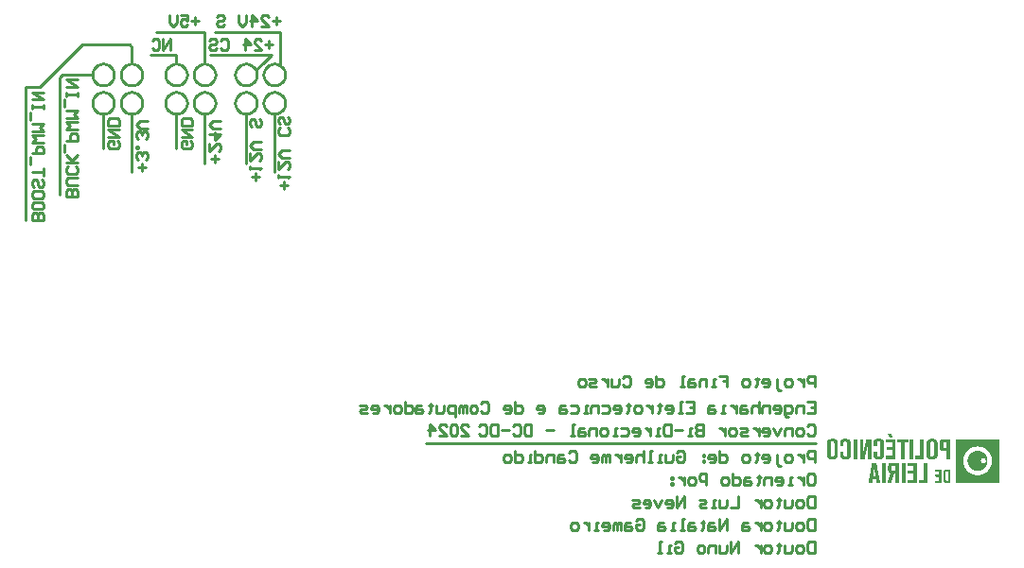
<source format=gbo>
G04*
G04 #@! TF.GenerationSoftware,Altium Limited,Altium Designer,23.8.1 (32)*
G04*
G04 Layer_Color=32896*
%FSLAX25Y25*%
%MOIN*%
G70*
G04*
G04 #@! TF.SameCoordinates,826F1502-A096-44AE-8D0B-28D4DE97D3ED*
G04*
G04*
G04 #@! TF.FilePolarity,Positive*
G04*
G01*
G75*
%ADD13C,0.01000*%
G36*
X418342Y375171D02*
X418378D01*
Y375098D01*
X418415D01*
Y375025D01*
X418451D01*
Y374952D01*
X418488D01*
Y374879D01*
X418524D01*
Y374806D01*
X418561D01*
Y374733D01*
X418597D01*
Y374660D01*
X418634D01*
Y374587D01*
X418670D01*
Y374515D01*
X418707D01*
Y374442D01*
X418743D01*
Y374332D01*
X418780D01*
Y374259D01*
X418816D01*
Y374186D01*
X418852D01*
Y374114D01*
X418889D01*
Y374041D01*
X418925D01*
Y373968D01*
X418962D01*
Y373895D01*
X418050D01*
Y373931D01*
X418014D01*
Y373968D01*
X417978D01*
Y374004D01*
X417941D01*
Y374041D01*
X417905D01*
Y374077D01*
X417868D01*
Y374114D01*
X417832D01*
Y374150D01*
X417795D01*
Y374186D01*
X417759D01*
Y374223D01*
X417722D01*
Y374259D01*
X417686D01*
Y374296D01*
X417650D01*
Y374332D01*
X417613D01*
Y374405D01*
X417577D01*
Y374442D01*
X417540D01*
Y374478D01*
X417504D01*
Y374515D01*
X417467D01*
Y374551D01*
X417431D01*
Y374587D01*
X417394D01*
Y374624D01*
X417358D01*
Y374660D01*
X417321D01*
Y374697D01*
X417285D01*
Y374733D01*
X417248D01*
Y374770D01*
X417212D01*
Y374806D01*
X417176D01*
Y374843D01*
X417139D01*
Y374879D01*
X417103D01*
Y374916D01*
X417066D01*
Y374952D01*
X417030D01*
Y374988D01*
X416993D01*
Y375025D01*
X416957D01*
Y375061D01*
X416921D01*
Y375134D01*
X416884D01*
Y375171D01*
X416848D01*
Y375207D01*
X416811D01*
Y375244D01*
X418342D01*
Y375171D01*
D02*
G37*
G36*
X411270Y366386D02*
X411234D01*
Y366349D01*
X410031D01*
Y367334D01*
X410068D01*
Y369083D01*
X410104D01*
Y370796D01*
X410140D01*
Y371453D01*
X410104D01*
Y371307D01*
X410068D01*
Y371161D01*
X410031D01*
Y371015D01*
X409995D01*
Y370833D01*
X409958D01*
Y370687D01*
X409922D01*
Y370541D01*
X409885D01*
Y370395D01*
X409849D01*
Y370213D01*
X409812D01*
Y370067D01*
X409776D01*
Y369922D01*
X409739D01*
Y369776D01*
X409703D01*
Y369630D01*
X409667D01*
Y369448D01*
X409630D01*
Y369302D01*
X409594D01*
Y369156D01*
X409557D01*
Y369010D01*
X409521D01*
Y368828D01*
X409484D01*
Y368682D01*
X409448D01*
Y368536D01*
X409411D01*
Y368391D01*
X409375D01*
Y368208D01*
X409339D01*
Y368063D01*
X409302D01*
Y367917D01*
X409266D01*
Y367771D01*
X409229D01*
Y367589D01*
X409193D01*
Y367443D01*
X409156D01*
Y367297D01*
X409120D01*
Y367151D01*
X409083D01*
Y366969D01*
X409047D01*
Y366823D01*
X409010D01*
Y366677D01*
X408974D01*
Y366532D01*
X408938D01*
Y366386D01*
X408901D01*
Y366349D01*
X407297D01*
Y366386D01*
X407261D01*
Y373348D01*
X408464D01*
Y372254D01*
X408427D01*
Y370796D01*
X408391D01*
Y369338D01*
X408354D01*
Y368391D01*
X408391D01*
Y368536D01*
X408427D01*
Y368719D01*
X408464D01*
Y368864D01*
X408500D01*
Y369010D01*
X408536D01*
Y369156D01*
X408573D01*
Y369302D01*
X408609D01*
Y369448D01*
X408646D01*
Y369594D01*
X408682D01*
Y369739D01*
X408719D01*
Y369885D01*
X408755D01*
Y370031D01*
X408792D01*
Y370177D01*
X408828D01*
Y370323D01*
X408865D01*
Y370468D01*
X408901D01*
Y370651D01*
X408938D01*
Y370796D01*
X408974D01*
Y370942D01*
X409010D01*
Y371088D01*
X409047D01*
Y371234D01*
X409083D01*
Y371380D01*
X409120D01*
Y371526D01*
X409156D01*
Y371671D01*
X409193D01*
Y371817D01*
X409229D01*
Y371963D01*
X409266D01*
Y372109D01*
X409302D01*
Y372254D01*
X409339D01*
Y372437D01*
X409375D01*
Y372546D01*
Y372583D01*
X409411D01*
Y372728D01*
X409448D01*
Y372874D01*
X409484D01*
Y373020D01*
X409521D01*
Y373166D01*
X409557D01*
Y373312D01*
X409594D01*
Y373348D01*
X411270D01*
Y366386D01*
D02*
G37*
G36*
X414405Y373457D02*
X414624D01*
Y373421D01*
X414733D01*
Y373384D01*
X414843D01*
Y373348D01*
X414952D01*
Y373312D01*
X415025D01*
Y373275D01*
X415098D01*
Y373239D01*
X415171D01*
Y373202D01*
X415207D01*
Y373166D01*
X415280D01*
Y373129D01*
X415317D01*
Y373093D01*
X415353D01*
Y373057D01*
X415389D01*
Y373020D01*
X415426D01*
Y372984D01*
X415462D01*
Y372947D01*
X415499D01*
Y372911D01*
X415535D01*
Y372874D01*
X415572D01*
Y372838D01*
X415608D01*
Y372765D01*
X415645D01*
Y372728D01*
X415681D01*
Y372619D01*
X415718D01*
Y372546D01*
X415754D01*
Y372400D01*
X415791D01*
Y372218D01*
X415827D01*
Y371781D01*
X415863D01*
Y367589D01*
X415827D01*
Y367334D01*
X415791D01*
Y367188D01*
X415754D01*
Y367078D01*
X415718D01*
Y367005D01*
X415681D01*
Y366933D01*
X415645D01*
Y366896D01*
X415608D01*
Y366823D01*
X415572D01*
Y366787D01*
X415535D01*
Y366750D01*
X415499D01*
Y366714D01*
X415462D01*
Y366677D01*
X415426D01*
Y366641D01*
X415389D01*
Y366604D01*
X415317D01*
Y366568D01*
X415280D01*
Y366532D01*
X415207D01*
Y366495D01*
X415171D01*
Y366459D01*
X415098D01*
Y366422D01*
X414989D01*
Y366386D01*
X414916D01*
Y366349D01*
X414770D01*
Y366313D01*
X414661D01*
Y366276D01*
X414478D01*
Y366240D01*
X414187D01*
Y366203D01*
X413567D01*
Y366240D01*
X413348D01*
Y366276D01*
X413166D01*
Y366313D01*
X413057D01*
Y366349D01*
X412947D01*
Y366386D01*
X412838D01*
Y366422D01*
X412765D01*
Y366459D01*
X412692D01*
Y366495D01*
X412656D01*
Y366532D01*
X412583D01*
Y366568D01*
X412546D01*
Y366604D01*
X412473D01*
Y366641D01*
X412437D01*
Y366677D01*
X412400D01*
Y366714D01*
X412364D01*
Y366750D01*
X412327D01*
Y366787D01*
X412291D01*
Y366860D01*
X412255D01*
Y366896D01*
X412218D01*
Y366969D01*
X412182D01*
Y367042D01*
X412145D01*
Y367115D01*
X412109D01*
Y367188D01*
Y367224D01*
X412072D01*
Y367370D01*
X412036D01*
Y367662D01*
X412000D01*
Y368974D01*
X412036D01*
Y369010D01*
X413275D01*
Y368974D01*
X413312D01*
Y367589D01*
X413348D01*
Y367479D01*
X413385D01*
Y367443D01*
X413421D01*
Y367370D01*
X413457D01*
Y367334D01*
X413530D01*
Y367297D01*
X413567D01*
Y367261D01*
X413713D01*
Y367224D01*
X414114D01*
Y367261D01*
X414223D01*
Y367297D01*
X414296D01*
Y367334D01*
X414332D01*
Y367370D01*
X414369D01*
Y367406D01*
X414405D01*
Y367443D01*
X414442D01*
Y367516D01*
X414478D01*
Y367625D01*
X414515D01*
Y372145D01*
X414478D01*
Y372218D01*
X414442D01*
Y372291D01*
X414405D01*
Y372364D01*
X414369D01*
Y372400D01*
X414296D01*
Y372437D01*
X414259D01*
Y372473D01*
X414114D01*
Y372510D01*
X413749D01*
Y372473D01*
X413603D01*
Y372437D01*
X413530D01*
Y372400D01*
X413494D01*
Y372364D01*
X413457D01*
Y372327D01*
X413421D01*
Y372291D01*
X413385D01*
Y372218D01*
X413348D01*
Y372109D01*
X413312D01*
Y370833D01*
X413275D01*
Y370796D01*
X412000D01*
Y372254D01*
X412036D01*
Y372473D01*
X412072D01*
Y372583D01*
X412109D01*
Y372656D01*
X412145D01*
Y372765D01*
X412182D01*
Y372801D01*
X412218D01*
Y372874D01*
X412255D01*
Y372911D01*
X412291D01*
Y372947D01*
X412327D01*
Y372984D01*
X412364D01*
Y373020D01*
X412400D01*
Y373057D01*
X412437D01*
Y373093D01*
X412473D01*
Y373129D01*
X412510D01*
Y373166D01*
X412546D01*
Y373202D01*
X412619D01*
Y373239D01*
X412656D01*
Y373275D01*
X412729D01*
Y373312D01*
X412838D01*
Y373348D01*
X412911D01*
Y373384D01*
X413020D01*
Y373421D01*
X413166D01*
Y373457D01*
X413348D01*
Y373494D01*
X414405D01*
Y373457D01*
D02*
G37*
G36*
X402668D02*
X402850D01*
Y373421D01*
X402996D01*
Y373384D01*
X403105D01*
Y373348D01*
X403215D01*
Y373312D01*
X403288D01*
Y373275D01*
X403360D01*
Y373239D01*
X403397D01*
Y373202D01*
X403470D01*
Y373166D01*
X403506D01*
Y373129D01*
X403579D01*
Y373093D01*
X403616D01*
Y373057D01*
X403652D01*
Y373020D01*
X403688D01*
Y372984D01*
X403725D01*
Y372947D01*
X403761D01*
Y372911D01*
X403798D01*
Y372874D01*
X403834D01*
Y372801D01*
X403871D01*
Y372765D01*
X403907D01*
Y372692D01*
X403944D01*
Y372583D01*
X403980D01*
Y372510D01*
X404016D01*
Y372364D01*
X404053D01*
Y372109D01*
X404089D01*
Y367370D01*
X404053D01*
Y367224D01*
X404016D01*
Y367115D01*
X403980D01*
Y367042D01*
X403944D01*
Y366969D01*
X403907D01*
Y366896D01*
X403871D01*
Y366860D01*
X403834D01*
Y366823D01*
X403798D01*
Y366750D01*
X403761D01*
Y366714D01*
X403725D01*
Y366677D01*
X403688D01*
Y366641D01*
X403616D01*
Y366604D01*
X403579D01*
Y366568D01*
X403543D01*
Y366532D01*
X403470D01*
Y366495D01*
X403397D01*
Y366459D01*
X403324D01*
Y366422D01*
X403251D01*
Y366386D01*
X403142D01*
Y366349D01*
X403032D01*
Y366313D01*
X402886D01*
Y366276D01*
X402704D01*
Y366240D01*
X402449D01*
Y366203D01*
X401829D01*
Y366240D01*
X401574D01*
Y366276D01*
X401429D01*
Y366313D01*
X401283D01*
Y366349D01*
X401173D01*
Y366386D01*
X401100D01*
Y366422D01*
X401027D01*
Y366459D01*
X400955D01*
Y366495D01*
X400882D01*
Y366532D01*
X400845D01*
Y366568D01*
X400772D01*
Y366604D01*
X400736D01*
Y366641D01*
X400699D01*
Y366677D01*
X400663D01*
Y366714D01*
X400627D01*
Y366750D01*
X400590D01*
Y366787D01*
X400554D01*
Y366823D01*
X400517D01*
Y366896D01*
X400481D01*
Y366933D01*
X400444D01*
Y367005D01*
X400408D01*
Y367078D01*
X400371D01*
Y367188D01*
X400335D01*
Y367334D01*
X400299D01*
Y367516D01*
X400262D01*
Y369010D01*
X401538D01*
Y367771D01*
X401574D01*
Y367552D01*
X401611D01*
Y367479D01*
X401647D01*
Y367406D01*
X401684D01*
Y367370D01*
X401720D01*
Y367334D01*
X401756D01*
Y367297D01*
X401829D01*
Y367261D01*
X401939D01*
Y367224D01*
X402376D01*
Y367261D01*
X402486D01*
Y367297D01*
X402522D01*
Y367334D01*
X402595D01*
Y367370D01*
X402631D01*
Y367406D01*
X402668D01*
Y367479D01*
X402704D01*
Y367552D01*
X402741D01*
Y367698D01*
X402777D01*
Y372072D01*
X402741D01*
Y372218D01*
X402704D01*
Y372291D01*
X402668D01*
Y372327D01*
X402631D01*
Y372364D01*
X402595D01*
Y372400D01*
X402559D01*
Y372437D01*
X402486D01*
Y372473D01*
X402376D01*
Y372510D01*
X402012D01*
Y372473D01*
X401866D01*
Y372437D01*
X401793D01*
Y372400D01*
X401720D01*
Y372364D01*
X401684D01*
Y372291D01*
X401647D01*
Y372254D01*
X401611D01*
Y372145D01*
X401574D01*
Y371963D01*
X401538D01*
Y370796D01*
X400262D01*
Y372364D01*
X400299D01*
Y372510D01*
X400335D01*
Y372619D01*
X400371D01*
Y372692D01*
X400408D01*
Y372765D01*
X400444D01*
Y372838D01*
X400481D01*
Y372874D01*
X400517D01*
Y372947D01*
X400554D01*
Y372984D01*
X400590D01*
Y373020D01*
X400627D01*
Y373057D01*
X400663D01*
Y373093D01*
X400699D01*
Y373129D01*
X400772D01*
Y373166D01*
X400809D01*
Y373202D01*
X400845D01*
Y373239D01*
X400918D01*
Y373275D01*
X400991D01*
Y373312D01*
X401064D01*
Y373348D01*
X401173D01*
Y373384D01*
X401283D01*
Y373421D01*
X401429D01*
Y373457D01*
X401611D01*
Y373494D01*
X402668D01*
Y373457D01*
D02*
G37*
G36*
X439083Y366349D02*
X437771D01*
Y369010D01*
Y369047D01*
Y369266D01*
X436313D01*
Y369302D01*
X436058D01*
Y369338D01*
X435948D01*
Y369375D01*
X435839D01*
Y369411D01*
X435766D01*
Y369448D01*
X435730D01*
Y369484D01*
X435657D01*
Y369521D01*
X435620D01*
Y369557D01*
X435584D01*
Y369594D01*
X435547D01*
Y369667D01*
X435511D01*
Y369703D01*
X435474D01*
Y369776D01*
X435438D01*
Y369849D01*
X435401D01*
Y369958D01*
X435365D01*
Y370104D01*
X435329D01*
Y370468D01*
X435292D01*
Y372145D01*
X435329D01*
Y372473D01*
X435365D01*
Y372656D01*
X435401D01*
Y372765D01*
X435438D01*
Y372838D01*
X435474D01*
Y372911D01*
X435511D01*
Y372947D01*
X435547D01*
Y372984D01*
X435584D01*
Y373020D01*
X435620D01*
Y373057D01*
X435657D01*
Y373093D01*
X435693D01*
Y373129D01*
X435730D01*
Y373166D01*
X435766D01*
Y373202D01*
X435839D01*
Y373239D01*
X435912D01*
Y373275D01*
X436021D01*
Y373312D01*
X436131D01*
Y373348D01*
X439083D01*
Y366349D01*
D02*
G37*
G36*
X429824D02*
X426617D01*
Y367406D01*
X426653D01*
Y367443D01*
X428512D01*
Y372874D01*
Y372911D01*
Y373348D01*
X429824D01*
Y366349D01*
D02*
G37*
G36*
X426106D02*
X424830D01*
Y366386D01*
X424794D01*
Y373348D01*
X426106D01*
Y366349D01*
D02*
G37*
G36*
X424320Y372327D02*
X423008D01*
Y366349D01*
X421732D01*
Y366386D01*
X421696D01*
Y368099D01*
Y368135D01*
Y372327D01*
X420420D01*
Y373348D01*
X424320D01*
Y372327D01*
D02*
G37*
G36*
X419909Y366349D02*
X416410D01*
Y367443D01*
X418597D01*
Y367990D01*
Y368026D01*
Y369594D01*
X416629D01*
Y370651D01*
X418597D01*
Y372291D01*
X416519D01*
Y373348D01*
X419909D01*
Y366349D01*
D02*
G37*
G36*
X406313D02*
X405001D01*
Y372218D01*
Y372254D01*
Y373348D01*
X406313D01*
Y366349D01*
D02*
G37*
G36*
X433142Y373457D02*
X433360D01*
Y373421D01*
X433506D01*
Y373384D01*
X433615D01*
Y373348D01*
X433725D01*
Y373312D01*
X433798D01*
Y373275D01*
X433871D01*
Y373239D01*
X433943D01*
Y373202D01*
X434016D01*
Y373166D01*
X434053D01*
Y373129D01*
X434126D01*
Y373093D01*
X434162D01*
Y373057D01*
X434199D01*
Y373020D01*
X434235D01*
Y372984D01*
X434271D01*
Y372947D01*
X434308D01*
Y372911D01*
X434344D01*
Y372838D01*
X434381D01*
Y372801D01*
X434417D01*
Y372728D01*
X434454D01*
Y372656D01*
X434490D01*
Y372546D01*
X434527D01*
Y372437D01*
X434563D01*
Y372291D01*
X434600D01*
Y371926D01*
X434636D01*
Y367807D01*
X434600D01*
Y367406D01*
X434563D01*
Y367261D01*
X434527D01*
Y367151D01*
X434490D01*
Y367042D01*
X434454D01*
Y366969D01*
X434417D01*
Y366933D01*
X434381D01*
Y366860D01*
X434344D01*
Y366823D01*
X434308D01*
Y366787D01*
X434271D01*
Y366750D01*
X434235D01*
Y366714D01*
X434199D01*
Y366677D01*
X434162D01*
Y366641D01*
X434126D01*
Y366604D01*
X434089D01*
Y366568D01*
X434016D01*
Y366532D01*
X433980D01*
Y366495D01*
X433907D01*
Y366459D01*
X433834D01*
Y366422D01*
X433761D01*
Y366386D01*
X433688D01*
Y366349D01*
X433579D01*
Y366313D01*
X433470D01*
Y366276D01*
X433287D01*
Y366240D01*
X433032D01*
Y366203D01*
X432303D01*
Y366240D01*
X432012D01*
Y366276D01*
X431866D01*
Y366313D01*
X431756D01*
Y366349D01*
X431647D01*
Y366386D01*
X431538D01*
Y366422D01*
X431465D01*
Y366459D01*
X431392D01*
Y366495D01*
X431355D01*
Y366532D01*
X431283D01*
Y366568D01*
X431246D01*
Y366604D01*
X431210D01*
Y366641D01*
X431173D01*
Y366677D01*
X431137D01*
Y366714D01*
X431100D01*
Y366750D01*
X431064D01*
Y366787D01*
X431027D01*
Y366823D01*
X430991D01*
Y366860D01*
X430954D01*
Y366933D01*
X430918D01*
Y367005D01*
X430882D01*
Y367078D01*
X430845D01*
Y367151D01*
X430809D01*
Y367297D01*
X430772D01*
Y367479D01*
X430736D01*
Y372218D01*
X430772D01*
Y372400D01*
X430809D01*
Y372510D01*
X430845D01*
Y372619D01*
X430882D01*
Y372692D01*
X430918D01*
Y372765D01*
X430954D01*
Y372838D01*
X430991D01*
Y372874D01*
X431027D01*
Y372911D01*
X431064D01*
Y372947D01*
X431100D01*
Y372984D01*
X431137D01*
Y373020D01*
X431173D01*
Y373057D01*
X431210D01*
Y373093D01*
X431246D01*
Y373129D01*
X431319D01*
Y373166D01*
X431355D01*
Y373202D01*
X431428D01*
Y373239D01*
X431465D01*
Y373275D01*
X431538D01*
Y373312D01*
X431647D01*
Y373348D01*
X431720D01*
Y373384D01*
X431829D01*
Y373421D01*
X431975D01*
Y373457D01*
X432157D01*
Y373494D01*
X433142D01*
Y373457D01*
D02*
G37*
G36*
X398111D02*
X398294D01*
Y373421D01*
X398439D01*
Y373384D01*
X398549D01*
Y373348D01*
X398658D01*
Y373312D01*
X398731D01*
Y373275D01*
X398804D01*
Y373239D01*
X398877D01*
Y373202D01*
X398950D01*
Y373166D01*
X398986D01*
Y373129D01*
X399059D01*
Y373093D01*
X399096D01*
Y373057D01*
X399132D01*
Y373020D01*
X399168D01*
Y372984D01*
X399205D01*
Y372947D01*
X399241D01*
Y372911D01*
X399278D01*
Y372874D01*
X399314D01*
Y372801D01*
X399351D01*
Y372728D01*
X399387D01*
Y372656D01*
X399424D01*
Y372583D01*
X399460D01*
Y372473D01*
X399497D01*
Y372327D01*
X399533D01*
Y372109D01*
X399569D01*
Y367589D01*
X399533D01*
Y367370D01*
X399497D01*
Y367224D01*
X399460D01*
Y367115D01*
X399424D01*
Y367042D01*
X399387D01*
Y366969D01*
X399351D01*
Y366896D01*
X399314D01*
Y366860D01*
X399278D01*
Y366823D01*
X399241D01*
Y366750D01*
X399205D01*
Y366714D01*
X399168D01*
Y366677D01*
X399132D01*
Y366641D01*
X399059D01*
Y366604D01*
X399023D01*
Y366568D01*
X398986D01*
Y366532D01*
X398913D01*
Y366495D01*
X398877D01*
Y366459D01*
X398804D01*
Y366422D01*
X398731D01*
Y366386D01*
X398622D01*
Y366349D01*
X398512D01*
Y366313D01*
X398403D01*
Y366276D01*
X398257D01*
Y366240D01*
X397966D01*
Y366203D01*
X397236D01*
Y366240D01*
X396981D01*
Y366276D01*
X396799D01*
Y366313D01*
X396690D01*
Y366349D01*
X396580D01*
Y366386D01*
X396508D01*
Y366422D01*
X396435D01*
Y366459D01*
X396362D01*
Y366495D01*
X396289D01*
Y366532D01*
X396252D01*
Y366568D01*
X396179D01*
Y366604D01*
X396143D01*
Y366641D01*
X396107D01*
Y366677D01*
X396070D01*
Y366714D01*
X396034D01*
Y366750D01*
X395997D01*
Y366787D01*
X395961D01*
Y366823D01*
X395924D01*
Y366896D01*
X395888D01*
Y366933D01*
X395851D01*
Y367005D01*
X395815D01*
Y367115D01*
X395778D01*
Y367224D01*
X395742D01*
Y367334D01*
X395706D01*
Y367589D01*
X395669D01*
Y372109D01*
X395706D01*
Y372364D01*
X395742D01*
Y372510D01*
X395778D01*
Y372583D01*
X395815D01*
Y372692D01*
X395851D01*
Y372765D01*
X395888D01*
Y372801D01*
X395924D01*
Y372874D01*
X395961D01*
Y372911D01*
X395997D01*
Y372947D01*
X396034D01*
Y372984D01*
X396070D01*
Y373020D01*
X396107D01*
Y373057D01*
X396143D01*
Y373093D01*
X396216D01*
Y373129D01*
X396252D01*
Y373166D01*
X396289D01*
Y373202D01*
X396362D01*
Y373239D01*
X396435D01*
Y373275D01*
X396508D01*
Y373312D01*
X396580D01*
Y373348D01*
X396690D01*
Y373384D01*
X396799D01*
Y373421D01*
X396945D01*
Y373457D01*
X397127D01*
Y373494D01*
X398111D01*
Y373457D01*
D02*
G37*
G36*
X456434Y358002D02*
X441015D01*
Y360699D01*
Y360736D01*
Y373421D01*
X456434D01*
Y358002D01*
D02*
G37*
G36*
X439083D02*
X437479D01*
Y358038D01*
X437260D01*
Y358075D01*
X437151D01*
Y358111D01*
X437078D01*
Y358148D01*
X437005D01*
Y358184D01*
X436969D01*
Y358221D01*
X436896D01*
Y358257D01*
X436860D01*
Y358294D01*
X436823D01*
Y358366D01*
X436787D01*
Y358403D01*
X436750D01*
Y358476D01*
X436714D01*
Y358549D01*
X436677D01*
Y358658D01*
X436641D01*
Y358804D01*
X436604D01*
Y361756D01*
X436641D01*
Y361902D01*
X436677D01*
Y361975D01*
X436714D01*
Y362085D01*
X436750D01*
Y362121D01*
X436787D01*
Y362157D01*
X436823D01*
Y362230D01*
X436860D01*
Y362267D01*
X436896D01*
Y362303D01*
X436933D01*
Y362340D01*
X437005D01*
Y362376D01*
X437042D01*
Y362413D01*
X437115D01*
Y362449D01*
X437188D01*
Y362486D01*
X437333D01*
Y362522D01*
X439083D01*
Y358002D01*
D02*
G37*
G36*
X436021D02*
X433761D01*
Y358731D01*
X435183D01*
Y360080D01*
X433943D01*
Y360116D01*
X433907D01*
Y360772D01*
X433943D01*
Y360809D01*
X435183D01*
Y361829D01*
X433834D01*
Y362522D01*
X436021D01*
Y358002D01*
D02*
G37*
G36*
X431173Y358038D02*
X431137D01*
Y358002D01*
X427965D01*
Y359095D01*
X429861D01*
Y360809D01*
Y360845D01*
Y365001D01*
X431173D01*
Y358038D01*
D02*
G37*
G36*
X427455Y358002D02*
X423956D01*
Y359095D01*
X426143D01*
Y361246D01*
X424174D01*
Y362303D01*
X426143D01*
Y363944D01*
X424029D01*
Y364636D01*
Y364673D01*
Y365001D01*
X427455D01*
Y358002D01*
D02*
G37*
G36*
X423336Y364891D02*
Y364855D01*
Y358038D01*
X423300D01*
Y358002D01*
X422024D01*
Y365001D01*
X423336D01*
Y364891D01*
D02*
G37*
G36*
X421039Y358002D02*
X419764D01*
Y361100D01*
X419253D01*
Y360991D01*
X419217D01*
Y360882D01*
X419180D01*
Y360772D01*
X419144D01*
Y360626D01*
X419108D01*
Y360517D01*
X419071D01*
Y360408D01*
X419035D01*
Y360298D01*
X418998D01*
Y360189D01*
X418962D01*
Y360080D01*
X418925D01*
Y359970D01*
X418889D01*
Y359861D01*
X418852D01*
Y359715D01*
X418816D01*
Y359606D01*
X418780D01*
Y359496D01*
X418743D01*
Y359387D01*
X418707D01*
Y359278D01*
X418670D01*
Y359168D01*
X418634D01*
Y359059D01*
X418597D01*
Y358913D01*
X418561D01*
Y358804D01*
X418524D01*
Y358695D01*
X418488D01*
Y358585D01*
X418451D01*
Y358476D01*
X418415D01*
Y358366D01*
X418378D01*
Y358257D01*
X418342D01*
Y358148D01*
X418306D01*
Y358038D01*
X418269D01*
Y358002D01*
X416957D01*
Y358111D01*
X416993D01*
Y358221D01*
X417030D01*
Y358330D01*
X417066D01*
Y358476D01*
X417103D01*
Y358585D01*
X417139D01*
Y358695D01*
X417176D01*
Y358804D01*
X417212D01*
Y358913D01*
X417248D01*
Y359022D01*
X417285D01*
Y359132D01*
X417321D01*
Y359241D01*
X417358D01*
Y359351D01*
X417394D01*
Y359460D01*
X417431D01*
Y359569D01*
X417467D01*
Y359679D01*
X417504D01*
Y359788D01*
X417540D01*
Y359897D01*
X417577D01*
Y360007D01*
X417613D01*
Y360116D01*
X417650D01*
Y360226D01*
X417686D01*
Y360335D01*
X417722D01*
Y360444D01*
X417759D01*
Y360554D01*
X417795D01*
Y360663D01*
X417832D01*
Y360772D01*
X417868D01*
Y360882D01*
X417905D01*
Y360991D01*
X417941D01*
Y361100D01*
X417978D01*
Y361210D01*
X418014D01*
Y361319D01*
X417905D01*
Y361355D01*
X417795D01*
Y361392D01*
X417722D01*
Y361428D01*
X417650D01*
Y361465D01*
X417613D01*
Y361501D01*
X417540D01*
Y361538D01*
X417504D01*
Y361574D01*
X417467D01*
Y361611D01*
X417431D01*
Y361684D01*
X417394D01*
Y361720D01*
X417358D01*
Y361793D01*
X417321D01*
Y361866D01*
X417285D01*
Y361975D01*
X417248D01*
Y362121D01*
X417212D01*
Y364089D01*
X417248D01*
Y364272D01*
X417285D01*
Y364381D01*
X417321D01*
Y364454D01*
X417358D01*
Y364527D01*
X417394D01*
Y364600D01*
X417431D01*
Y364636D01*
X417467D01*
Y364673D01*
X417504D01*
Y364709D01*
X417540D01*
Y364745D01*
X417577D01*
Y364782D01*
X417613D01*
Y364818D01*
X417686D01*
Y364855D01*
X417759D01*
Y364891D01*
X417832D01*
Y364928D01*
X417941D01*
Y364964D01*
X418087D01*
Y365001D01*
X421039D01*
Y358002D01*
D02*
G37*
G36*
X416301D02*
X415025D01*
Y361538D01*
Y361574D01*
Y365001D01*
X416301D01*
Y358002D01*
D02*
G37*
G36*
X413093Y364855D02*
X413130D01*
Y364673D01*
X413166D01*
Y364490D01*
X413202D01*
Y364308D01*
X413239D01*
Y364126D01*
X413275D01*
Y363907D01*
X413312D01*
Y363725D01*
X413348D01*
Y363543D01*
X413385D01*
Y363360D01*
X413421D01*
Y363178D01*
X413457D01*
Y362996D01*
X413494D01*
Y362813D01*
X413530D01*
Y362595D01*
X413567D01*
Y362413D01*
X413603D01*
Y362230D01*
X413640D01*
Y362048D01*
X413676D01*
Y361866D01*
X413713D01*
Y361684D01*
X413749D01*
Y361465D01*
X413786D01*
Y361282D01*
X413822D01*
Y361100D01*
X413859D01*
Y360918D01*
X413895D01*
Y360736D01*
X413931D01*
Y360554D01*
X413968D01*
Y360335D01*
X414004D01*
Y360153D01*
X414041D01*
Y359970D01*
X414077D01*
Y359788D01*
X414114D01*
Y359606D01*
X414150D01*
Y359423D01*
X414187D01*
Y359241D01*
X414223D01*
Y359022D01*
X414259D01*
Y358840D01*
X414296D01*
Y358658D01*
X414332D01*
Y358476D01*
X414369D01*
Y358294D01*
X414405D01*
Y358111D01*
X414442D01*
Y358002D01*
X413130D01*
Y358184D01*
X413093D01*
Y358221D01*
Y358403D01*
X413057D01*
Y358622D01*
X413020D01*
Y358840D01*
X412984D01*
Y359059D01*
X412947D01*
Y359132D01*
X411781D01*
Y359059D01*
X411744D01*
Y358840D01*
X411708D01*
Y358585D01*
X411671D01*
Y358330D01*
X411635D01*
Y358075D01*
X411598D01*
Y358002D01*
X410286D01*
Y358111D01*
X410323D01*
Y358330D01*
X410359D01*
Y358512D01*
X410396D01*
Y358695D01*
X410432D01*
Y358913D01*
X410468D01*
Y359095D01*
X410505D01*
Y359314D01*
X410541D01*
Y359496D01*
X410578D01*
Y359679D01*
X410614D01*
Y359897D01*
X410651D01*
Y360080D01*
X410687D01*
Y360262D01*
X410724D01*
Y360481D01*
X410760D01*
Y360663D01*
X410797D01*
Y360845D01*
X410833D01*
Y361064D01*
X410870D01*
Y361246D01*
X410906D01*
Y361428D01*
X410942D01*
Y361647D01*
X410979D01*
Y361829D01*
X411015D01*
Y362012D01*
X411052D01*
Y362230D01*
X411088D01*
Y362413D01*
X411125D01*
Y362595D01*
X411161D01*
Y362813D01*
X411198D01*
Y362996D01*
X411234D01*
Y363214D01*
X411270D01*
Y363397D01*
X411307D01*
Y363579D01*
X411343D01*
Y363798D01*
X411380D01*
Y363980D01*
X411416D01*
Y364162D01*
X411453D01*
Y364381D01*
X411489D01*
Y364563D01*
X411526D01*
Y364745D01*
X411562D01*
Y364964D01*
X411598D01*
Y365001D01*
X413093D01*
Y364855D01*
D02*
G37*
%LPC*%
G36*
X437771Y372327D02*
X436933D01*
Y372291D01*
X436823D01*
Y372254D01*
X436750D01*
Y372218D01*
X436714D01*
Y372182D01*
X436677D01*
Y372145D01*
X436641D01*
Y372072D01*
X436604D01*
Y371234D01*
Y371197D01*
Y370541D01*
X436641D01*
Y370432D01*
X436677D01*
Y370395D01*
X436714D01*
Y370359D01*
X436787D01*
Y370323D01*
X436860D01*
Y370286D01*
X437771D01*
Y372327D01*
D02*
G37*
G36*
X432886Y372510D02*
X432412D01*
Y372473D01*
X432340D01*
Y372437D01*
X432267D01*
Y372400D01*
X432230D01*
Y372364D01*
X432194D01*
Y372327D01*
X432157D01*
Y372254D01*
X432121D01*
Y372182D01*
X432084D01*
Y372072D01*
X432048D01*
Y367662D01*
X432084D01*
Y367552D01*
X432121D01*
Y367479D01*
X432157D01*
Y367443D01*
X432194D01*
Y367406D01*
X432230D01*
Y367370D01*
X432267D01*
Y367334D01*
X432340D01*
Y367297D01*
X432412D01*
Y367261D01*
X432558D01*
Y367224D01*
X432813D01*
Y367261D01*
X432959D01*
Y367297D01*
X433032D01*
Y367334D01*
X433105D01*
Y367370D01*
X433142D01*
Y367406D01*
X433178D01*
Y367443D01*
X433214D01*
Y367516D01*
X433251D01*
Y367625D01*
X433287D01*
Y371744D01*
X433324D01*
Y371817D01*
X433287D01*
Y371963D01*
Y371999D01*
Y372109D01*
X433251D01*
Y372218D01*
X433214D01*
Y372254D01*
X433178D01*
Y372327D01*
X433142D01*
Y372364D01*
X433069D01*
Y372400D01*
X433032D01*
Y372437D01*
X432959D01*
Y372473D01*
X432886D01*
Y372510D01*
D02*
G37*
G36*
X397820D02*
X397382D01*
Y372473D01*
X397273D01*
Y372437D01*
X397236D01*
Y372400D01*
X397164D01*
Y372327D01*
X397127D01*
Y372291D01*
X397091D01*
Y372218D01*
X397054D01*
Y372145D01*
X397018D01*
Y371999D01*
X396981D01*
Y367735D01*
X397018D01*
Y367589D01*
X397054D01*
Y367516D01*
X397091D01*
Y367443D01*
X397127D01*
Y367406D01*
X397164D01*
Y367370D01*
X397200D01*
Y367334D01*
X397273D01*
Y367297D01*
X397346D01*
Y367261D01*
X397492D01*
Y367224D01*
X397747D01*
Y367261D01*
X397893D01*
Y367297D01*
X398002D01*
Y367334D01*
X398039D01*
Y367370D01*
X398075D01*
Y367406D01*
X398111D01*
Y367443D01*
X398148D01*
Y367479D01*
X398184D01*
Y367589D01*
X398221D01*
Y367735D01*
X398257D01*
Y371926D01*
Y371963D01*
Y371999D01*
X398221D01*
Y372145D01*
X398184D01*
Y372218D01*
X398148D01*
Y372291D01*
X398111D01*
Y372327D01*
X398075D01*
Y372364D01*
X398039D01*
Y372400D01*
X397966D01*
Y372437D01*
X397929D01*
Y372473D01*
X397820D01*
Y372510D01*
D02*
G37*
G36*
X449071Y370796D02*
X448415D01*
Y370760D01*
X448050D01*
Y370724D01*
X447795D01*
Y370687D01*
X447613D01*
Y370651D01*
X447467D01*
Y370614D01*
X447358D01*
Y370578D01*
X447212D01*
Y370541D01*
X447102D01*
Y370505D01*
X446993D01*
Y370468D01*
X446920D01*
Y370432D01*
X446811D01*
Y370395D01*
X446738D01*
Y370359D01*
X446665D01*
Y370323D01*
X446556D01*
Y370286D01*
X446483D01*
Y370250D01*
X446410D01*
Y370213D01*
X446374D01*
Y370177D01*
X446301D01*
Y370140D01*
X446228D01*
Y370104D01*
X446155D01*
Y370067D01*
X446118D01*
Y370031D01*
X446045D01*
Y369994D01*
X445972D01*
Y369958D01*
X445936D01*
Y369922D01*
X445863D01*
Y369885D01*
X445827D01*
Y369849D01*
X445790D01*
Y369812D01*
X445717D01*
Y369776D01*
X445681D01*
Y369739D01*
X445645D01*
Y369703D01*
X445572D01*
Y369667D01*
X445535D01*
Y369630D01*
X445499D01*
Y369594D01*
X445462D01*
Y369557D01*
X445389D01*
Y369521D01*
X445353D01*
Y369484D01*
X445316D01*
Y369448D01*
X445280D01*
Y369411D01*
X445244D01*
Y369375D01*
X445207D01*
Y369338D01*
X445171D01*
Y369302D01*
X445134D01*
Y369266D01*
X445098D01*
Y369229D01*
X445061D01*
Y369193D01*
X445025D01*
Y369156D01*
X444988D01*
Y369120D01*
X444952D01*
Y369083D01*
X444915D01*
Y369010D01*
X444879D01*
Y368974D01*
X444842D01*
Y368937D01*
X444806D01*
Y368901D01*
X444770D01*
Y368828D01*
X444733D01*
Y368792D01*
X444697D01*
Y368755D01*
X444660D01*
Y368682D01*
X444624D01*
Y368646D01*
X444587D01*
Y368609D01*
X444551D01*
Y368536D01*
X444515D01*
Y368500D01*
X444478D01*
Y368427D01*
X444442D01*
Y368354D01*
X444405D01*
Y368318D01*
X444369D01*
Y368245D01*
X444332D01*
Y368172D01*
X444296D01*
Y368099D01*
X444259D01*
Y368063D01*
X444223D01*
Y367990D01*
X444186D01*
Y367917D01*
X444150D01*
Y367807D01*
X444113D01*
Y367735D01*
X444077D01*
Y367662D01*
X444041D01*
Y367552D01*
X444004D01*
Y367479D01*
X443968D01*
Y367370D01*
X443931D01*
Y367261D01*
X443895D01*
Y367151D01*
X443858D01*
Y367005D01*
X443822D01*
Y366860D01*
X443785D01*
Y366677D01*
X443749D01*
Y366459D01*
X443713D01*
Y366131D01*
X443676D01*
Y365329D01*
X443713D01*
Y365001D01*
X443749D01*
Y364782D01*
X443785D01*
Y364600D01*
X443822D01*
Y364454D01*
X443858D01*
Y364308D01*
X443895D01*
Y364199D01*
X443931D01*
Y364089D01*
X443968D01*
Y363980D01*
X444004D01*
Y363871D01*
X444041D01*
Y363798D01*
X444077D01*
Y363688D01*
X444113D01*
Y363615D01*
X444150D01*
Y363543D01*
X444186D01*
Y363470D01*
X444223D01*
Y363397D01*
X444259D01*
Y363324D01*
X444296D01*
Y363251D01*
X444332D01*
Y363178D01*
X444369D01*
Y363142D01*
X444405D01*
Y363069D01*
X444442D01*
Y362996D01*
X444478D01*
Y362959D01*
X444515D01*
Y362886D01*
X444551D01*
Y362850D01*
X444587D01*
Y362777D01*
X444624D01*
Y362741D01*
X444660D01*
Y362704D01*
X444697D01*
Y362631D01*
X444733D01*
Y362595D01*
X444770D01*
Y362558D01*
X444806D01*
Y362522D01*
X444842D01*
Y362449D01*
X444879D01*
Y362413D01*
X444915D01*
Y362376D01*
X444952D01*
Y362340D01*
X444988D01*
Y362303D01*
X445025D01*
Y362267D01*
X445061D01*
Y362230D01*
X445098D01*
Y362194D01*
X445134D01*
Y362157D01*
X445171D01*
Y362121D01*
X445207D01*
Y362085D01*
X445244D01*
Y362048D01*
X445280D01*
Y362012D01*
X445316D01*
Y361975D01*
X445353D01*
Y361939D01*
X445389D01*
Y361902D01*
X445426D01*
Y361866D01*
X445462D01*
Y361829D01*
X445535D01*
Y361793D01*
X445572D01*
Y361756D01*
X445608D01*
Y361720D01*
X445645D01*
Y361684D01*
X445717D01*
Y361647D01*
X445754D01*
Y361611D01*
X445790D01*
Y361574D01*
X445863D01*
Y361538D01*
X445900D01*
Y361501D01*
X445972D01*
Y361465D01*
X446009D01*
Y361428D01*
X446082D01*
Y361392D01*
X446155D01*
Y361355D01*
X446191D01*
Y361319D01*
X446264D01*
Y361282D01*
X446337D01*
Y361246D01*
X446410D01*
Y361210D01*
X446483D01*
Y361173D01*
X446556D01*
Y361137D01*
X446629D01*
Y361100D01*
X446702D01*
Y361064D01*
X446774D01*
Y361027D01*
X446884D01*
Y360991D01*
X446957D01*
Y360954D01*
X447066D01*
Y360918D01*
X447175D01*
Y360882D01*
X447285D01*
Y360845D01*
X447431D01*
Y360809D01*
X447576D01*
Y360772D01*
X447722D01*
Y360736D01*
X447941D01*
Y360699D01*
X448233D01*
Y360663D01*
X449253D01*
Y360699D01*
X449545D01*
Y360736D01*
X449727D01*
Y360772D01*
X449909D01*
Y360809D01*
X450055D01*
Y360845D01*
X450165D01*
Y360882D01*
X450310D01*
Y360918D01*
X450420D01*
Y360954D01*
X450492D01*
Y360991D01*
X450602D01*
Y361027D01*
X450675D01*
Y361064D01*
X450784D01*
Y361100D01*
X450857D01*
Y361137D01*
X450930D01*
Y361173D01*
X451003D01*
Y361210D01*
X451076D01*
Y361246D01*
X451149D01*
Y361282D01*
X451222D01*
Y361319D01*
X451258D01*
Y361355D01*
X451331D01*
Y361392D01*
X451404D01*
Y361428D01*
X451440D01*
Y361465D01*
X451513D01*
Y361501D01*
X451550D01*
Y361538D01*
X451622D01*
Y361574D01*
X451659D01*
Y361611D01*
X451732D01*
Y361647D01*
X451768D01*
Y361684D01*
X451805D01*
Y361720D01*
X451878D01*
Y361756D01*
X451914D01*
Y361793D01*
X451951D01*
Y361829D01*
X451987D01*
Y361866D01*
X452024D01*
Y361902D01*
X452096D01*
Y361939D01*
X452133D01*
Y361975D01*
X452169D01*
Y362012D01*
X452206D01*
Y362048D01*
X452242D01*
Y362085D01*
X452279D01*
Y362121D01*
X452315D01*
Y362157D01*
X452352D01*
Y362194D01*
X452388D01*
Y362230D01*
X452424D01*
Y362267D01*
X452461D01*
Y362303D01*
X452497D01*
Y362340D01*
X452534D01*
Y362413D01*
X452570D01*
Y362449D01*
X452607D01*
Y362486D01*
X452643D01*
Y362522D01*
X452680D01*
Y362558D01*
X452716D01*
Y362631D01*
X452752D01*
Y362668D01*
X452789D01*
Y362704D01*
X452825D01*
Y362777D01*
X452862D01*
Y362813D01*
X452898D01*
Y362886D01*
X452935D01*
Y362923D01*
X452971D01*
Y362996D01*
X453008D01*
Y363032D01*
X453044D01*
Y363105D01*
X453081D01*
Y363178D01*
X453117D01*
Y363214D01*
X453154D01*
Y363287D01*
X453190D01*
Y363360D01*
X453226D01*
Y363433D01*
X453263D01*
Y363506D01*
X453299D01*
Y363579D01*
X453336D01*
Y363652D01*
X453372D01*
Y363725D01*
X453409D01*
Y363834D01*
X453445D01*
Y363907D01*
X453482D01*
Y364016D01*
X453518D01*
Y364126D01*
X453554D01*
Y364235D01*
X453591D01*
Y364381D01*
X453627D01*
Y364527D01*
X453664D01*
Y364673D01*
X453700D01*
Y364855D01*
X453737D01*
Y365110D01*
X453773D01*
Y366313D01*
X453737D01*
Y366568D01*
X453700D01*
Y366787D01*
X453664D01*
Y366933D01*
X453627D01*
Y367078D01*
X453591D01*
Y367188D01*
X453554D01*
Y367334D01*
X453518D01*
Y367406D01*
X453482D01*
Y367516D01*
X453445D01*
Y367625D01*
X453409D01*
Y367698D01*
X453372D01*
Y367771D01*
X453336D01*
Y367880D01*
X453299D01*
Y367953D01*
X453263D01*
Y368026D01*
X453226D01*
Y368099D01*
X453190D01*
Y368135D01*
X453154D01*
Y368208D01*
X453117D01*
Y368281D01*
X453081D01*
Y368354D01*
X453044D01*
Y368391D01*
X453008D01*
Y368463D01*
X452971D01*
Y368500D01*
X452935D01*
Y368573D01*
X452898D01*
Y368609D01*
X452862D01*
Y368682D01*
X452825D01*
Y368719D01*
X452789D01*
Y368792D01*
X452752D01*
Y368828D01*
X452716D01*
Y368864D01*
X452680D01*
Y368901D01*
X452643D01*
Y368974D01*
X452607D01*
Y369010D01*
X452570D01*
Y369047D01*
X452534D01*
Y369083D01*
X452497D01*
Y369120D01*
X452461D01*
Y369156D01*
X452424D01*
Y369193D01*
X452388D01*
Y369229D01*
X452352D01*
Y369266D01*
X452315D01*
Y369302D01*
X452279D01*
Y369338D01*
X452242D01*
Y369375D01*
X452206D01*
Y369411D01*
X452169D01*
Y369448D01*
X452133D01*
Y369484D01*
X452096D01*
Y369521D01*
X452060D01*
Y369557D01*
X452024D01*
Y369594D01*
X451987D01*
Y369630D01*
X451914D01*
Y369667D01*
X451878D01*
Y369703D01*
X451841D01*
Y369739D01*
X451805D01*
Y369776D01*
X451732D01*
Y369812D01*
X451695D01*
Y369849D01*
X451659D01*
Y369885D01*
X451586D01*
Y369922D01*
X451550D01*
Y369958D01*
X451477D01*
Y369994D01*
X451440D01*
Y370031D01*
X451367D01*
Y370067D01*
X451295D01*
Y370104D01*
X451258D01*
Y370140D01*
X451185D01*
Y370177D01*
X451112D01*
Y370213D01*
X451039D01*
Y370250D01*
X450966D01*
Y370286D01*
X450893D01*
Y370323D01*
X450821D01*
Y370359D01*
X450748D01*
Y370395D01*
X450638D01*
Y370432D01*
X450565D01*
Y370468D01*
X450456D01*
Y370505D01*
X450347D01*
Y370541D01*
X450237D01*
Y370578D01*
X450128D01*
Y370614D01*
X449982D01*
Y370651D01*
X449836D01*
Y370687D01*
X449654D01*
Y370724D01*
X449435D01*
Y370760D01*
X449071D01*
Y370796D01*
D02*
G37*
%LPD*%
G36*
X449107Y369193D02*
X449363D01*
Y369156D01*
X449545D01*
Y369120D01*
X449691D01*
Y369083D01*
X449800D01*
Y369047D01*
X449909D01*
Y369010D01*
X450019D01*
Y368974D01*
X450092D01*
Y368937D01*
X450165D01*
Y368901D01*
X450274D01*
Y368864D01*
X450347D01*
Y368828D01*
X450383D01*
Y368792D01*
X450456D01*
Y368755D01*
X450529D01*
Y368719D01*
X450602D01*
Y368682D01*
X450638D01*
Y368646D01*
X450711D01*
Y368609D01*
X450748D01*
Y368573D01*
X450784D01*
Y368536D01*
X450857D01*
Y368500D01*
X450893D01*
Y368463D01*
X450930D01*
Y368427D01*
X450966D01*
Y368391D01*
X451039D01*
Y368354D01*
X451076D01*
Y368318D01*
X451112D01*
Y368281D01*
X451149D01*
Y368245D01*
X451185D01*
Y368208D01*
X451222D01*
Y368172D01*
X451258D01*
Y368135D01*
X451295D01*
Y368099D01*
X451331D01*
Y368063D01*
X451367D01*
Y368026D01*
X451404D01*
Y367953D01*
X451440D01*
Y367917D01*
X451477D01*
Y367880D01*
X451513D01*
Y367844D01*
X451550D01*
Y367771D01*
X451586D01*
Y367735D01*
X451622D01*
Y367662D01*
X451659D01*
Y367625D01*
X451695D01*
Y367552D01*
X451732D01*
Y367516D01*
X451768D01*
Y367443D01*
X451805D01*
Y367370D01*
X451841D01*
Y367297D01*
X451878D01*
Y367224D01*
X451914D01*
Y367151D01*
X451951D01*
Y367078D01*
X451987D01*
Y366969D01*
X452024D01*
Y366860D01*
X452060D01*
Y366750D01*
X452096D01*
Y366641D01*
X452133D01*
Y366495D01*
X452169D01*
Y366313D01*
X452206D01*
Y365985D01*
X452242D01*
Y365438D01*
X452206D01*
Y365146D01*
X452169D01*
Y364964D01*
X452133D01*
Y364818D01*
X452096D01*
Y364673D01*
X452060D01*
Y364563D01*
X452024D01*
Y364490D01*
X451987D01*
Y364381D01*
X451951D01*
Y364308D01*
X451914D01*
Y364199D01*
X451878D01*
Y364126D01*
X451841D01*
Y364053D01*
X451805D01*
Y364016D01*
X451768D01*
Y363944D01*
X451732D01*
Y363871D01*
X451695D01*
Y363834D01*
X451659D01*
Y363761D01*
X451622D01*
Y363725D01*
X451586D01*
Y363652D01*
X451550D01*
Y363615D01*
X451513D01*
Y363579D01*
X451477D01*
Y363506D01*
X451440D01*
Y363470D01*
X451404D01*
Y363433D01*
X451367D01*
Y363397D01*
X451331D01*
Y363360D01*
X451295D01*
Y363324D01*
X451258D01*
Y363287D01*
X451222D01*
Y363251D01*
X451185D01*
Y363214D01*
X451149D01*
Y363178D01*
X451112D01*
Y363142D01*
X451076D01*
Y363105D01*
X451039D01*
Y363069D01*
X451003D01*
Y363032D01*
X450966D01*
Y362996D01*
X450930D01*
Y362959D01*
X450857D01*
Y362923D01*
X450821D01*
Y362886D01*
X450784D01*
Y362850D01*
X450711D01*
Y362813D01*
X450675D01*
Y362777D01*
X450602D01*
Y362741D01*
X450565D01*
Y362704D01*
X450492D01*
Y362668D01*
X450420D01*
Y362631D01*
X450347D01*
Y362595D01*
X450274D01*
Y362558D01*
X450201D01*
Y362522D01*
X450128D01*
Y362486D01*
X450055D01*
Y362449D01*
X449946D01*
Y362413D01*
X449836D01*
Y362376D01*
X449727D01*
Y362340D01*
X449581D01*
Y362303D01*
X449435D01*
Y362267D01*
X449217D01*
Y362230D01*
X448233D01*
Y362267D01*
X448014D01*
Y362303D01*
X447868D01*
Y362340D01*
X447759D01*
Y362376D01*
X447613D01*
Y362413D01*
X447540D01*
Y362449D01*
X447431D01*
Y362486D01*
X447321D01*
Y362522D01*
X447248D01*
Y362558D01*
X447175D01*
Y362595D01*
X447102D01*
Y362631D01*
X447030D01*
Y362668D01*
X446993D01*
Y362704D01*
X446920D01*
Y362741D01*
X446847D01*
Y362777D01*
X446811D01*
Y362813D01*
X446738D01*
Y362850D01*
X446702D01*
Y362886D01*
X446665D01*
Y362923D01*
X446592D01*
Y362959D01*
X446556D01*
Y362996D01*
X446519D01*
Y363032D01*
X446483D01*
Y363069D01*
X446410D01*
Y363105D01*
X446374D01*
Y363142D01*
X446337D01*
Y363178D01*
X446301D01*
Y363214D01*
X446264D01*
Y363251D01*
X446228D01*
Y363287D01*
X446191D01*
Y363324D01*
X446155D01*
Y363360D01*
X446118D01*
Y363397D01*
X446082D01*
Y363470D01*
X446045D01*
Y363506D01*
X446009D01*
Y363543D01*
X445972D01*
Y363579D01*
X445936D01*
Y363652D01*
X445900D01*
Y363688D01*
X445863D01*
Y363725D01*
X445827D01*
Y363798D01*
X445790D01*
Y363834D01*
X445754D01*
Y363907D01*
X445717D01*
Y363980D01*
X445681D01*
Y364053D01*
X445645D01*
Y364089D01*
X445608D01*
Y364162D01*
X445572D01*
Y364272D01*
X445535D01*
Y364345D01*
X445499D01*
Y364417D01*
X445462D01*
Y364527D01*
X445426D01*
Y364636D01*
X445389D01*
Y364745D01*
X445353D01*
Y364891D01*
X445316D01*
Y365037D01*
X445280D01*
Y365256D01*
X445244D01*
Y366167D01*
X445280D01*
Y366386D01*
X445316D01*
Y366568D01*
X445353D01*
Y366677D01*
X445389D01*
Y366823D01*
X445426D01*
Y366933D01*
X445462D01*
Y367005D01*
X445499D01*
Y367115D01*
X445535D01*
Y367188D01*
X445572D01*
Y367261D01*
X445608D01*
Y367334D01*
X445645D01*
Y367406D01*
X445681D01*
Y367479D01*
X445717D01*
Y367552D01*
X445754D01*
Y367589D01*
X445790D01*
Y367662D01*
X445827D01*
Y367698D01*
X445863D01*
Y367771D01*
X445900D01*
Y367807D01*
X445936D01*
Y367844D01*
X445972D01*
Y367917D01*
X446009D01*
Y367953D01*
X446045D01*
Y367990D01*
X446082D01*
Y368026D01*
X446118D01*
Y368063D01*
X446155D01*
Y368099D01*
X446191D01*
Y368135D01*
X446228D01*
Y368172D01*
X446264D01*
Y368208D01*
X446301D01*
Y368245D01*
X446337D01*
Y368281D01*
X446374D01*
Y368318D01*
X446410D01*
Y368354D01*
X446446D01*
Y368391D01*
X446483D01*
Y368427D01*
X446519D01*
Y368463D01*
X446556D01*
Y368500D01*
X446629D01*
Y368536D01*
X446665D01*
Y368573D01*
X446702D01*
Y368609D01*
X446774D01*
Y368646D01*
X446811D01*
Y368682D01*
X446884D01*
Y368719D01*
X446957D01*
Y368755D01*
X446993D01*
Y368792D01*
X447066D01*
Y368828D01*
X447139D01*
Y368864D01*
X447212D01*
Y368901D01*
X447285D01*
Y368937D01*
X447358D01*
Y368974D01*
X447467D01*
Y369010D01*
X447576D01*
Y369047D01*
X447686D01*
Y369083D01*
X447795D01*
Y369120D01*
X447941D01*
Y369156D01*
X448123D01*
Y369193D01*
X448342D01*
Y369229D01*
X449107D01*
Y369193D01*
D02*
G37*
%LPC*%
G36*
X450966Y366604D02*
X450565D01*
Y366568D01*
X450456D01*
Y366532D01*
X450383D01*
Y366495D01*
X450310D01*
Y366459D01*
X450237D01*
Y366422D01*
X450201D01*
Y366386D01*
X450165D01*
Y366349D01*
X450128D01*
Y366313D01*
X450092D01*
Y366276D01*
X450055D01*
Y366203D01*
X450019D01*
Y366167D01*
X449982D01*
Y366094D01*
X449946D01*
Y365985D01*
X449909D01*
Y365839D01*
X449873D01*
Y365620D01*
X449909D01*
Y365438D01*
X449946D01*
Y365365D01*
X449982D01*
Y365292D01*
X450019D01*
Y365219D01*
X450055D01*
Y365183D01*
X450092D01*
Y365146D01*
X450128D01*
Y365110D01*
X450165D01*
Y365073D01*
X450201D01*
Y365037D01*
X450237D01*
Y365001D01*
X450274D01*
Y364964D01*
X450347D01*
Y364928D01*
X450420D01*
Y364891D01*
X450529D01*
Y364855D01*
X451003D01*
Y364891D01*
X451112D01*
Y364928D01*
X451185D01*
Y364964D01*
X451258D01*
Y365001D01*
X451295D01*
Y365037D01*
X451331D01*
Y365073D01*
X451404D01*
Y365110D01*
X451440D01*
Y365183D01*
X451477D01*
Y365219D01*
X451513D01*
Y365256D01*
Y365292D01*
X451550D01*
Y365365D01*
X451586D01*
Y365438D01*
X451622D01*
Y365584D01*
X451659D01*
Y365839D01*
X451622D01*
Y366021D01*
X451586D01*
Y366094D01*
X451550D01*
Y366167D01*
X451513D01*
Y366240D01*
X451477D01*
Y366276D01*
X451440D01*
Y366313D01*
X451404D01*
Y366349D01*
X451367D01*
Y366386D01*
X451331D01*
Y366422D01*
X451295D01*
Y366459D01*
X451222D01*
Y366495D01*
X451149D01*
Y366532D01*
X451076D01*
Y366568D01*
X450966D01*
Y366604D01*
D02*
G37*
G36*
X438245Y361866D02*
X437698D01*
Y361829D01*
X437589D01*
Y361793D01*
X437552D01*
Y361756D01*
X437516D01*
Y361720D01*
X437479D01*
Y361647D01*
X437443D01*
Y360554D01*
Y360517D01*
Y358950D01*
X437479D01*
Y358840D01*
X437516D01*
Y358804D01*
X437552D01*
Y358767D01*
X437589D01*
Y358731D01*
X437662D01*
Y358695D01*
X438245D01*
Y361866D01*
D02*
G37*
G36*
X419764Y364016D02*
X418962D01*
Y363980D01*
X418743D01*
Y363944D01*
X418670D01*
Y363907D01*
X418634D01*
Y363871D01*
X418597D01*
Y363834D01*
X418561D01*
Y363761D01*
X418524D01*
Y363615D01*
X418488D01*
Y362595D01*
X418524D01*
Y362449D01*
X418561D01*
Y362376D01*
X418597D01*
Y362303D01*
X418634D01*
Y362267D01*
X418670D01*
Y362230D01*
X418743D01*
Y362194D01*
X418852D01*
Y362157D01*
X419764D01*
Y364016D01*
D02*
G37*
G36*
X412364Y363105D02*
X412327D01*
Y363032D01*
X412291D01*
Y362777D01*
X412255D01*
Y362741D01*
Y362522D01*
X412218D01*
Y362267D01*
X412182D01*
Y362012D01*
X412145D01*
Y361720D01*
X412109D01*
Y361465D01*
X412072D01*
Y361210D01*
X412036D01*
Y360954D01*
X412000D01*
Y360699D01*
X411963D01*
Y360444D01*
X411927D01*
Y360262D01*
X412765D01*
Y360517D01*
X412729D01*
Y360736D01*
X412692D01*
Y360991D01*
X412656D01*
Y361210D01*
X412619D01*
Y361465D01*
X412583D01*
Y361684D01*
X412546D01*
Y361902D01*
X412510D01*
Y362157D01*
X412473D01*
Y362376D01*
X412437D01*
Y362631D01*
X412400D01*
Y362850D01*
X412364D01*
Y363105D01*
D02*
G37*
%LPD*%
D13*
X204818Y502000D02*
X204688Y502988D01*
X204306Y503909D01*
X203700Y504700D01*
X202909Y505306D01*
X201988Y505688D01*
X201000Y505818D01*
X200012Y505688D01*
X199091Y505306D01*
X198300Y504700D01*
X197694Y503909D01*
X197312Y502988D01*
X197182Y502000D01*
X197312Y501012D01*
X197694Y500091D01*
X198300Y499300D01*
X199091Y498694D01*
X200012Y498312D01*
X201000Y498182D01*
X201988Y498312D01*
X202909Y498694D01*
X203700Y499300D01*
X204306Y500091D01*
X204688Y501012D01*
X204818Y502000D01*
X194818D02*
X194688Y502988D01*
X194306Y503909D01*
X193700Y504700D01*
X192909Y505306D01*
X191988Y505688D01*
X191000Y505818D01*
X190012Y505688D01*
X189091Y505306D01*
X188300Y504700D01*
X187694Y503909D01*
X187312Y502988D01*
X187182Y502000D01*
X187312Y501012D01*
X187694Y500091D01*
X188300Y499300D01*
X189091Y498694D01*
X190012Y498312D01*
X191000Y498182D01*
X191988Y498312D01*
X192909Y498694D01*
X193700Y499300D01*
X194306Y500091D01*
X194688Y501012D01*
X194818Y502000D01*
X170314D02*
X170184Y502988D01*
X169802Y503909D01*
X169196Y504700D01*
X168405Y505306D01*
X167484Y505688D01*
X166496Y505818D01*
X165508Y505688D01*
X164587Y505306D01*
X163796Y504700D01*
X163190Y503909D01*
X162808Y502988D01*
X162678Y502000D01*
X162808Y501012D01*
X163190Y500091D01*
X163796Y499300D01*
X164587Y498694D01*
X165508Y498312D01*
X166496Y498182D01*
X167484Y498312D01*
X168405Y498694D01*
X169196Y499300D01*
X169802Y500091D01*
X170184Y501012D01*
X170314Y502000D01*
X180314D02*
X180184Y502988D01*
X179802Y503909D01*
X179196Y504700D01*
X178405Y505306D01*
X177484Y505688D01*
X176496Y505818D01*
X175508Y505688D01*
X174587Y505306D01*
X173796Y504700D01*
X173190Y503909D01*
X172808Y502988D01*
X172678Y502000D01*
X172808Y501012D01*
X173190Y500091D01*
X173796Y499300D01*
X174587Y498694D01*
X175508Y498312D01*
X176496Y498182D01*
X177484Y498312D01*
X178405Y498694D01*
X179196Y499300D01*
X179802Y500091D01*
X180184Y501012D01*
X180314Y502000D01*
X204818Y492000D02*
X204688Y492988D01*
X204306Y493909D01*
X203700Y494700D01*
X202909Y495306D01*
X201988Y495688D01*
X201000Y495818D01*
X200012Y495688D01*
X199091Y495306D01*
X198300Y494700D01*
X197694Y493909D01*
X197312Y492988D01*
X197182Y492000D01*
X197312Y491012D01*
X197694Y490091D01*
X198300Y489300D01*
X199091Y488694D01*
X200012Y488312D01*
X201000Y488182D01*
X201988Y488312D01*
X202909Y488694D01*
X203700Y489300D01*
X204306Y490091D01*
X204688Y491012D01*
X204818Y492000D01*
X194818D02*
X194688Y492988D01*
X194306Y493909D01*
X193700Y494700D01*
X192909Y495306D01*
X191988Y495688D01*
X191000Y495818D01*
X190012Y495688D01*
X189091Y495306D01*
X188300Y494700D01*
X187694Y493909D01*
X187312Y492988D01*
X187182Y492000D01*
X187312Y491012D01*
X187694Y490091D01*
X188300Y489300D01*
X189091Y488694D01*
X190012Y488312D01*
X191000Y488182D01*
X191988Y488312D01*
X192909Y488694D01*
X193700Y489300D01*
X194306Y490091D01*
X194688Y491012D01*
X194818Y492000D01*
X180314D02*
X180184Y492988D01*
X179802Y493909D01*
X179196Y494700D01*
X178405Y495306D01*
X177484Y495688D01*
X176496Y495818D01*
X175508Y495688D01*
X174587Y495306D01*
X173796Y494700D01*
X173190Y493909D01*
X172808Y492988D01*
X172678Y492000D01*
X172808Y491012D01*
X173190Y490091D01*
X173796Y489300D01*
X174587Y488694D01*
X175508Y488312D01*
X176496Y488182D01*
X177484Y488312D01*
X178405Y488694D01*
X179196Y489300D01*
X179802Y490091D01*
X180184Y491012D01*
X180314Y492000D01*
X170314D02*
X170184Y492988D01*
X169802Y493909D01*
X169196Y494700D01*
X168405Y495306D01*
X167484Y495688D01*
X166496Y495818D01*
X165508Y495688D01*
X164587Y495306D01*
X163796Y494700D01*
X163190Y493909D01*
X162808Y492988D01*
X162678Y492000D01*
X162808Y491012D01*
X163190Y490091D01*
X163796Y489300D01*
X164587Y488694D01*
X165508Y488312D01*
X166496Y488182D01*
X167484Y488312D01*
X168405Y488694D01*
X169196Y489300D01*
X169802Y490091D01*
X170184Y491012D01*
X170314Y492000D01*
X144566D02*
X144436Y492988D01*
X144054Y493909D01*
X143448Y494700D01*
X142657Y495306D01*
X141736Y495688D01*
X140748Y495818D01*
X139760Y495688D01*
X138839Y495306D01*
X138049Y494700D01*
X137442Y493909D01*
X137060Y492988D01*
X136930Y492000D01*
X137060Y491012D01*
X137442Y490091D01*
X138049Y489300D01*
X138839Y488694D01*
X139760Y488312D01*
X140748Y488182D01*
X141736Y488312D01*
X142657Y488694D01*
X143448Y489300D01*
X144054Y490091D01*
X144436Y491012D01*
X144566Y492000D01*
X154566D02*
X154436Y492988D01*
X154054Y493909D01*
X153448Y494700D01*
X152657Y495306D01*
X151736Y495688D01*
X150748Y495818D01*
X149760Y495688D01*
X148839Y495306D01*
X148048Y494700D01*
X147442Y493909D01*
X147060Y492988D01*
X146930Y492000D01*
X147060Y491012D01*
X147442Y490091D01*
X148048Y489300D01*
X148839Y488694D01*
X149760Y488312D01*
X150748Y488182D01*
X151736Y488312D01*
X152657Y488694D01*
X153448Y489300D01*
X154054Y490091D01*
X154436Y491012D01*
X154566Y492000D01*
Y502000D02*
X154436Y502988D01*
X154054Y503909D01*
X153448Y504700D01*
X152657Y505306D01*
X151736Y505688D01*
X150748Y505818D01*
X149760Y505688D01*
X148839Y505306D01*
X148048Y504700D01*
X147442Y503909D01*
X147060Y502988D01*
X146930Y502000D01*
X147060Y501012D01*
X147442Y500091D01*
X148048Y499300D01*
X148839Y498694D01*
X149760Y498312D01*
X150748Y498182D01*
X151736Y498312D01*
X152657Y498694D01*
X153448Y499300D01*
X154054Y500091D01*
X154436Y501012D01*
X154566Y502000D01*
X144566D02*
X144436Y502988D01*
X144054Y503909D01*
X143448Y504700D01*
X142657Y505306D01*
X141736Y505688D01*
X140748Y505818D01*
X139760Y505688D01*
X138839Y505306D01*
X138049Y504700D01*
X137442Y503909D01*
X137060Y502988D01*
X136930Y502000D01*
X137060Y501012D01*
X137442Y500091D01*
X138049Y499300D01*
X138839Y498694D01*
X139760Y498312D01*
X140748Y498182D01*
X141736Y498312D01*
X142657Y498694D01*
X143448Y499300D01*
X144054Y500091D01*
X144436Y501012D01*
X144566Y502000D01*
X254500Y372000D02*
X391778Y371900D01*
X194500Y503500D02*
X197248Y506248D01*
X200000Y509000D01*
X203000Y505500D02*
Y508248D01*
X201000Y517000D02*
X203000D01*
Y508248D02*
Y510936D01*
X180000Y517000D02*
X201000D01*
X203000Y510936D02*
Y517000D01*
X178500Y509000D02*
X200000D01*
X157248D02*
X166496D01*
Y506248D02*
Y509000D01*
X176496Y506248D02*
Y517000D01*
X159248D02*
X176496D01*
X191000Y470500D02*
Y488000D01*
X201000Y467500D02*
Y488000D01*
X166496Y476000D02*
Y488000D01*
X176496Y470500D02*
Y488000D01*
X150748Y467500D02*
Y488000D01*
X125500Y501000D02*
X126500Y502000D01*
X113500Y497500D02*
X118500D01*
X113500Y450500D02*
Y497500D01*
X118500D02*
X133500Y512500D01*
X150000D01*
X140748Y476000D02*
Y488000D01*
X150000Y512500D02*
X150748Y511752D01*
Y506248D02*
Y511752D01*
X126500Y502000D02*
X136500D01*
X125500Y459500D02*
Y501000D01*
X266876Y374500D02*
X269500D01*
X266876Y377124D01*
Y377780D01*
X267532Y378436D01*
X268844D01*
X269500Y377780D01*
X265564D02*
X264908Y378436D01*
X263596D01*
X262940Y377780D01*
Y375156D01*
X263596Y374500D01*
X264908D01*
X265564Y375156D01*
Y377780D01*
X259005Y374500D02*
X261629D01*
X259005Y377124D01*
Y377780D01*
X259661Y378436D01*
X260973D01*
X261629Y377780D01*
X255725Y374500D02*
Y378436D01*
X257693Y376468D01*
X255069D01*
X391278Y353132D02*
Y349197D01*
X389310D01*
X388654Y349852D01*
Y352476D01*
X389310Y353132D01*
X391278D01*
X386686Y349197D02*
X385374D01*
X384718Y349852D01*
Y351164D01*
X385374Y351820D01*
X386686D01*
X387342Y351164D01*
Y349852D01*
X386686Y349197D01*
X383406Y351820D02*
Y349852D01*
X382751Y349197D01*
X380783D01*
Y351820D01*
X378815Y352476D02*
Y351820D01*
X379471D01*
X378159D01*
X378815D01*
Y349852D01*
X378159Y349197D01*
X375535D02*
X374223D01*
X373567Y349852D01*
Y351164D01*
X374223Y351820D01*
X375535D01*
X376191Y351164D01*
Y349852D01*
X375535Y349197D01*
X372255Y351820D02*
Y349197D01*
Y350508D01*
X371599Y351164D01*
X370943Y351820D01*
X370287D01*
X364384Y353132D02*
Y349197D01*
X361760D01*
X360448Y351820D02*
Y349852D01*
X359792Y349197D01*
X357824D01*
Y351820D01*
X356512Y349197D02*
X355200D01*
X355856D01*
Y351820D01*
X356512D01*
X353233Y349197D02*
X351265D01*
X350609Y349852D01*
X351265Y350508D01*
X352577D01*
X353233Y351164D01*
X352577Y351820D01*
X350609D01*
X345361Y349197D02*
Y353132D01*
X342737Y349197D01*
Y353132D01*
X339457Y349197D02*
X340769D01*
X341425Y349852D01*
Y351164D01*
X340769Y351820D01*
X339457D01*
X338802Y351164D01*
Y350508D01*
X341425D01*
X337490Y351820D02*
X336178Y349197D01*
X334866Y351820D01*
X331586Y349197D02*
X332898D01*
X333554Y349852D01*
Y351164D01*
X332898Y351820D01*
X331586D01*
X330930Y351164D01*
Y350508D01*
X333554D01*
X329618Y349197D02*
X327650D01*
X326994Y349852D01*
X327650Y350508D01*
X328962D01*
X329618Y351164D01*
X328962Y351820D01*
X326994D01*
X391278Y345134D02*
Y341198D01*
X389310D01*
X388654Y341854D01*
Y344478D01*
X389310Y345134D01*
X391278D01*
X386686Y341198D02*
X385374D01*
X384718Y341854D01*
Y343166D01*
X385374Y343822D01*
X386686D01*
X387342Y343166D01*
Y341854D01*
X386686Y341198D01*
X383406Y343822D02*
Y341854D01*
X382751Y341198D01*
X380783D01*
Y343822D01*
X378815Y344478D02*
Y343822D01*
X379471D01*
X378159D01*
X378815D01*
Y341854D01*
X378159Y341198D01*
X375535D02*
X374223D01*
X373567Y341854D01*
Y343166D01*
X374223Y343822D01*
X375535D01*
X376191Y343166D01*
Y341854D01*
X375535Y341198D01*
X372255Y343822D02*
Y341198D01*
Y342510D01*
X371599Y343166D01*
X370943Y343822D01*
X370287D01*
X367664D02*
X366352D01*
X365696Y343166D01*
Y341198D01*
X367664D01*
X368320Y341854D01*
X367664Y342510D01*
X365696D01*
X360448Y341198D02*
Y345134D01*
X357824Y341198D01*
Y345134D01*
X355856Y343822D02*
X354544D01*
X353889Y343166D01*
Y341198D01*
X355856D01*
X356512Y341854D01*
X355856Y342510D01*
X353889D01*
X351921Y344478D02*
Y343822D01*
X352577D01*
X351265D01*
X351921D01*
Y341854D01*
X351265Y341198D01*
X348641Y343822D02*
X347329D01*
X346673Y343166D01*
Y341198D01*
X348641D01*
X349297Y341854D01*
X348641Y342510D01*
X346673D01*
X345361Y341198D02*
X344049D01*
X344705D01*
Y345134D01*
X345361D01*
X342081Y341198D02*
X340769D01*
X341425D01*
Y343822D01*
X342081D01*
X338145D02*
X336834D01*
X336178Y343166D01*
Y341198D01*
X338145D01*
X338802Y341854D01*
X338145Y342510D01*
X336178D01*
X328306Y344478D02*
X328962Y345134D01*
X330274D01*
X330930Y344478D01*
Y341854D01*
X330274Y341198D01*
X328962D01*
X328306Y341854D01*
Y343166D01*
X329618D01*
X326338Y343822D02*
X325026D01*
X324370Y343166D01*
Y341198D01*
X326338D01*
X326994Y341854D01*
X326338Y342510D01*
X324370D01*
X323059Y341198D02*
Y343822D01*
X322403D01*
X321747Y343166D01*
Y341198D01*
Y343166D01*
X321091Y343822D01*
X320435Y343166D01*
Y341198D01*
X317155D02*
X318467D01*
X319123Y341854D01*
Y343166D01*
X318467Y343822D01*
X317155D01*
X316499Y343166D01*
Y342510D01*
X319123D01*
X315187Y341198D02*
X313875D01*
X314531D01*
Y343822D01*
X315187D01*
X311907D02*
Y341198D01*
Y342510D01*
X311251Y343166D01*
X310595Y343822D01*
X309939D01*
X307316Y341198D02*
X306004D01*
X305348Y341854D01*
Y343166D01*
X306004Y343822D01*
X307316D01*
X307972Y343166D01*
Y341854D01*
X307316Y341198D01*
X391278Y337136D02*
Y333200D01*
X389310D01*
X388654Y333856D01*
Y336480D01*
X389310Y337136D01*
X391278D01*
X386686Y333200D02*
X385374D01*
X384718Y333856D01*
Y335168D01*
X385374Y335824D01*
X386686D01*
X387342Y335168D01*
Y333856D01*
X386686Y333200D01*
X383406Y335824D02*
Y333856D01*
X382751Y333200D01*
X380783D01*
Y335824D01*
X378815Y336480D02*
Y335824D01*
X379471D01*
X378159D01*
X378815D01*
Y333856D01*
X378159Y333200D01*
X375535D02*
X374223D01*
X373567Y333856D01*
Y335168D01*
X374223Y335824D01*
X375535D01*
X376191Y335168D01*
Y333856D01*
X375535Y333200D01*
X372255Y335824D02*
Y333200D01*
Y334512D01*
X371599Y335168D01*
X370943Y335824D01*
X370287D01*
X364384Y333200D02*
Y337136D01*
X361760Y333200D01*
Y337136D01*
X360448Y335824D02*
Y333856D01*
X359792Y333200D01*
X357824D01*
Y335824D01*
X356512Y333200D02*
Y335824D01*
X354544D01*
X353889Y335168D01*
Y333200D01*
X351921D02*
X350609D01*
X349953Y333856D01*
Y335168D01*
X350609Y335824D01*
X351921D01*
X352577Y335168D01*
Y333856D01*
X351921Y333200D01*
X342081Y336480D02*
X342737Y337136D01*
X344049D01*
X344705Y336480D01*
Y333856D01*
X344049Y333200D01*
X342737D01*
X342081Y333856D01*
Y335168D01*
X343393D01*
X340769Y333200D02*
X339457D01*
X340113D01*
Y335824D01*
X340769D01*
X337490Y333200D02*
X336178D01*
X336834D01*
Y337136D01*
X337490D01*
X389310Y361131D02*
X390622D01*
X391278Y360475D01*
Y357851D01*
X390622Y357195D01*
X389310D01*
X388654Y357851D01*
Y360475D01*
X389310Y361131D01*
X387342Y359819D02*
Y357195D01*
Y358507D01*
X386686Y359163D01*
X386030Y359819D01*
X385374D01*
X383406Y357195D02*
X382095D01*
X382751D01*
Y359819D01*
X383406D01*
X378159Y357195D02*
X379471D01*
X380127Y357851D01*
Y359163D01*
X379471Y359819D01*
X378159D01*
X377503Y359163D01*
Y358507D01*
X380127D01*
X376191Y357195D02*
Y359819D01*
X374223D01*
X373567Y359163D01*
Y357195D01*
X371599Y360475D02*
Y359819D01*
X372255D01*
X370943D01*
X371599D01*
Y357851D01*
X370943Y357195D01*
X368320Y359819D02*
X367008D01*
X366352Y359163D01*
Y357195D01*
X368320D01*
X368975Y357851D01*
X368320Y358507D01*
X366352D01*
X362416Y361131D02*
Y357195D01*
X364384D01*
X365040Y357851D01*
Y359163D01*
X364384Y359819D01*
X362416D01*
X360448Y357195D02*
X359136D01*
X358480Y357851D01*
Y359163D01*
X359136Y359819D01*
X360448D01*
X361104Y359163D01*
Y357851D01*
X360448Y357195D01*
X353233D02*
Y361131D01*
X351265D01*
X350609Y360475D01*
Y359163D01*
X351265Y358507D01*
X353233D01*
X348641Y357195D02*
X347329D01*
X346673Y357851D01*
Y359163D01*
X347329Y359819D01*
X348641D01*
X349297Y359163D01*
Y357851D01*
X348641Y357195D01*
X345361Y359819D02*
Y357195D01*
Y358507D01*
X344705Y359163D01*
X344049Y359819D01*
X343393D01*
X341425D02*
X340769D01*
Y359163D01*
X341425D01*
Y359819D01*
Y357851D02*
X340769D01*
Y357195D01*
X341425D01*
Y357851D01*
X388654Y377783D02*
X389310Y378439D01*
X390622D01*
X391278Y377783D01*
Y375159D01*
X390622Y374503D01*
X389310D01*
X388654Y375159D01*
X386686Y374503D02*
X385374D01*
X384718Y375159D01*
Y376471D01*
X385374Y377127D01*
X386686D01*
X387342Y376471D01*
Y375159D01*
X386686Y374503D01*
X383406D02*
Y377127D01*
X381439D01*
X380783Y376471D01*
Y374503D01*
X379471Y377127D02*
X378159Y374503D01*
X376847Y377127D01*
X373567Y374503D02*
X374879D01*
X375535Y375159D01*
Y376471D01*
X374879Y377127D01*
X373567D01*
X372911Y376471D01*
Y375815D01*
X375535D01*
X371599Y377127D02*
Y374503D01*
Y375815D01*
X370943Y376471D01*
X370287Y377127D01*
X369631D01*
X367664Y374503D02*
X365696D01*
X365040Y375159D01*
X365696Y375815D01*
X367008D01*
X367664Y376471D01*
X367008Y377127D01*
X365040D01*
X363072Y374503D02*
X361760D01*
X361104Y375159D01*
Y376471D01*
X361760Y377127D01*
X363072D01*
X363728Y376471D01*
Y375159D01*
X363072Y374503D01*
X359792Y377127D02*
Y374503D01*
Y375815D01*
X359136Y376471D01*
X358480Y377127D01*
X357824D01*
X351921Y378439D02*
Y374503D01*
X349953D01*
X349297Y375159D01*
Y375815D01*
X349953Y376471D01*
X351921D01*
X349953D01*
X349297Y377127D01*
Y377783D01*
X349953Y378439D01*
X351921D01*
X347985Y374503D02*
X346673D01*
X347329D01*
Y377127D01*
X347985D01*
X344705Y376471D02*
X342081D01*
X340769Y378439D02*
Y374503D01*
X338802D01*
X338145Y375159D01*
Y377783D01*
X338802Y378439D01*
X340769D01*
X336834Y374503D02*
X335522D01*
X336178D01*
Y377127D01*
X336834D01*
X333554D02*
Y374503D01*
Y375815D01*
X332898Y376471D01*
X332242Y377127D01*
X331586D01*
X327650Y374503D02*
X328962D01*
X329618Y375159D01*
Y376471D01*
X328962Y377127D01*
X327650D01*
X326994Y376471D01*
Y375815D01*
X329618D01*
X323059Y377127D02*
X325026D01*
X325682Y376471D01*
Y375159D01*
X325026Y374503D01*
X323059D01*
X321747D02*
X320435D01*
X321091D01*
Y377127D01*
X321747D01*
X317811Y374503D02*
X316499D01*
X315843Y375159D01*
Y376471D01*
X316499Y377127D01*
X317811D01*
X318467Y376471D01*
Y375159D01*
X317811Y374503D01*
X314531D02*
Y377127D01*
X312563D01*
X311907Y376471D01*
Y374503D01*
X309939Y377127D02*
X308628D01*
X307972Y376471D01*
Y374503D01*
X309939D01*
X310595Y375159D01*
X309939Y375815D01*
X307972D01*
X306660Y374503D02*
X305348D01*
X306004D01*
Y378439D01*
X306660D01*
X299444Y376471D02*
X296820D01*
X291573Y378439D02*
Y374503D01*
X289605D01*
X288949Y375159D01*
Y377783D01*
X289605Y378439D01*
X291573D01*
X285013Y377783D02*
X285669Y378439D01*
X286981D01*
X287637Y377783D01*
Y375159D01*
X286981Y374503D01*
X285669D01*
X285013Y375159D01*
X283701Y376471D02*
X281077D01*
X279765Y378439D02*
Y374503D01*
X277798D01*
X277142Y375159D01*
Y377783D01*
X277798Y378439D01*
X279765D01*
X273206Y377783D02*
X273862Y378439D01*
X275174D01*
X275830Y377783D01*
Y375159D01*
X275174Y374503D01*
X273862D01*
X273206Y375159D01*
X391278Y391812D02*
Y395748D01*
X389310D01*
X388654Y395092D01*
Y393780D01*
X389310Y393124D01*
X391278D01*
X387342Y394436D02*
Y391812D01*
Y393124D01*
X386686Y393780D01*
X386030Y394436D01*
X385374D01*
X382751Y391812D02*
X381439D01*
X380783Y392468D01*
Y393780D01*
X381439Y394436D01*
X382751D01*
X383406Y393780D01*
Y392468D01*
X382751Y391812D01*
X379471Y390500D02*
X378815D01*
X378159Y391156D01*
Y394436D01*
X373567Y391812D02*
X374879D01*
X375535Y392468D01*
Y393780D01*
X374879Y394436D01*
X373567D01*
X372911Y393780D01*
Y393124D01*
X375535D01*
X370943Y395092D02*
Y394436D01*
X371599D01*
X370287D01*
X370943D01*
Y392468D01*
X370287Y391812D01*
X367664D02*
X366352D01*
X365696Y392468D01*
Y393780D01*
X366352Y394436D01*
X367664D01*
X368320Y393780D01*
Y392468D01*
X367664Y391812D01*
X357824Y395748D02*
X360448D01*
Y393780D01*
X359136D01*
X360448D01*
Y391812D01*
X356512D02*
X355200D01*
X355856D01*
Y394436D01*
X356512D01*
X353233Y391812D02*
Y394436D01*
X351265D01*
X350609Y393780D01*
Y391812D01*
X348641Y394436D02*
X347329D01*
X346673Y393780D01*
Y391812D01*
X348641D01*
X349297Y392468D01*
X348641Y393124D01*
X346673D01*
X345361Y391812D02*
X344049D01*
X344705D01*
Y395748D01*
X345361D01*
X335522D02*
Y391812D01*
X337490D01*
X338145Y392468D01*
Y393780D01*
X337490Y394436D01*
X335522D01*
X332242Y391812D02*
X333554D01*
X334210Y392468D01*
Y393780D01*
X333554Y394436D01*
X332242D01*
X331586Y393780D01*
Y393124D01*
X334210D01*
X323714Y395092D02*
X324370Y395748D01*
X325682D01*
X326338Y395092D01*
Y392468D01*
X325682Y391812D01*
X324370D01*
X323714Y392468D01*
X322403Y394436D02*
Y392468D01*
X321747Y391812D01*
X319779D01*
Y394436D01*
X318467D02*
Y391812D01*
Y393124D01*
X317811Y393780D01*
X317155Y394436D01*
X316499D01*
X314531Y391812D02*
X312563D01*
X311907Y392468D01*
X312563Y393124D01*
X313875D01*
X314531Y393780D01*
X313875Y394436D01*
X311907D01*
X309939Y391812D02*
X308628D01*
X307972Y392468D01*
Y393780D01*
X308628Y394436D01*
X309939D01*
X310595Y393780D01*
Y392468D01*
X309939Y391812D01*
X391278Y365193D02*
Y369129D01*
X389310D01*
X388654Y368473D01*
Y367161D01*
X389310Y366505D01*
X391278D01*
X387342Y367817D02*
Y365193D01*
Y366505D01*
X386686Y367161D01*
X386030Y367817D01*
X385374D01*
X382751Y365193D02*
X381439D01*
X380783Y365849D01*
Y367161D01*
X381439Y367817D01*
X382751D01*
X383406Y367161D01*
Y365849D01*
X382751Y365193D01*
X379471Y363881D02*
X378815D01*
X378159Y364537D01*
Y367817D01*
X373567Y365193D02*
X374879D01*
X375535Y365849D01*
Y367161D01*
X374879Y367817D01*
X373567D01*
X372911Y367161D01*
Y366505D01*
X375535D01*
X370943Y368473D02*
Y367817D01*
X371599D01*
X370287D01*
X370943D01*
Y365849D01*
X370287Y365193D01*
X367664D02*
X366352D01*
X365696Y365849D01*
Y367161D01*
X366352Y367817D01*
X367664D01*
X368320Y367161D01*
Y365849D01*
X367664Y365193D01*
X357824Y369129D02*
Y365193D01*
X359792D01*
X360448Y365849D01*
Y367161D01*
X359792Y367817D01*
X357824D01*
X354544Y365193D02*
X355856D01*
X356512Y365849D01*
Y367161D01*
X355856Y367817D01*
X354544D01*
X353889Y367161D01*
Y366505D01*
X356512D01*
X352577Y367817D02*
X351921D01*
Y367161D01*
X352577D01*
Y367817D01*
Y365849D02*
X351921D01*
Y365193D01*
X352577D01*
Y365849D01*
X342737Y368473D02*
X343393Y369129D01*
X344705D01*
X345361Y368473D01*
Y365849D01*
X344705Y365193D01*
X343393D01*
X342737Y365849D01*
Y367161D01*
X344049D01*
X341425Y367817D02*
Y365849D01*
X340769Y365193D01*
X338802D01*
Y367817D01*
X337490Y365193D02*
X336178D01*
X336834D01*
Y367817D01*
X337490D01*
X334210Y365193D02*
X332898D01*
X333554D01*
Y369129D01*
X334210D01*
X330930D02*
Y365193D01*
Y367161D01*
X330274Y367817D01*
X328962D01*
X328306Y367161D01*
Y365193D01*
X325026D02*
X326338D01*
X326994Y365849D01*
Y367161D01*
X326338Y367817D01*
X325026D01*
X324370Y367161D01*
Y366505D01*
X326994D01*
X323059Y367817D02*
Y365193D01*
Y366505D01*
X322403Y367161D01*
X321747Y367817D01*
X321091D01*
X319123Y365193D02*
Y367817D01*
X318467D01*
X317811Y367161D01*
Y365193D01*
Y367161D01*
X317155Y367817D01*
X316499Y367161D01*
Y365193D01*
X313219D02*
X314531D01*
X315187Y365849D01*
Y367161D01*
X314531Y367817D01*
X313219D01*
X312563Y367161D01*
Y366505D01*
X315187D01*
X304692Y368473D02*
X305348Y369129D01*
X306660D01*
X307316Y368473D01*
Y365849D01*
X306660Y365193D01*
X305348D01*
X304692Y365849D01*
X302724Y367817D02*
X301412D01*
X300756Y367161D01*
Y365193D01*
X302724D01*
X303380Y365849D01*
X302724Y366505D01*
X300756D01*
X299444Y365193D02*
Y367817D01*
X297476D01*
X296820Y367161D01*
Y365193D01*
X292884Y369129D02*
Y365193D01*
X294852D01*
X295508Y365849D01*
Y367161D01*
X294852Y367817D01*
X292884D01*
X291573Y365193D02*
X290261D01*
X290917D01*
Y367817D01*
X291573D01*
X285669Y369129D02*
Y365193D01*
X287637D01*
X288293Y365849D01*
Y367161D01*
X287637Y367817D01*
X285669D01*
X283701Y365193D02*
X282389D01*
X281733Y365849D01*
Y367161D01*
X282389Y367817D01*
X283701D01*
X284357Y367161D01*
Y365849D01*
X283701Y365193D01*
X388654Y386437D02*
X391278D01*
Y382502D01*
X388654D01*
X391278Y384470D02*
X389966D01*
X387342Y382502D02*
Y385125D01*
X385374D01*
X384718Y384470D01*
Y382502D01*
X382095Y381190D02*
X381439D01*
X380783Y381846D01*
Y385125D01*
X382751D01*
X383406Y384470D01*
Y383158D01*
X382751Y382502D01*
X380783D01*
X377503D02*
X378815D01*
X379471Y383158D01*
Y384470D01*
X378815Y385125D01*
X377503D01*
X376847Y384470D01*
Y383814D01*
X379471D01*
X375535Y382502D02*
Y385125D01*
X373567D01*
X372911Y384470D01*
Y382502D01*
X371599Y386437D02*
Y382502D01*
Y384470D01*
X370943Y385125D01*
X369631D01*
X368975Y384470D01*
Y382502D01*
X367008Y385125D02*
X365696D01*
X365040Y384470D01*
Y382502D01*
X367008D01*
X367664Y383158D01*
X367008Y383814D01*
X365040D01*
X363728Y385125D02*
Y382502D01*
Y383814D01*
X363072Y384470D01*
X362416Y385125D01*
X361760D01*
X359792Y382502D02*
X358480D01*
X359136D01*
Y385125D01*
X359792D01*
X355856D02*
X354544D01*
X353889Y384470D01*
Y382502D01*
X355856D01*
X356512Y383158D01*
X355856Y383814D01*
X353889D01*
X346017Y386437D02*
X348641D01*
Y382502D01*
X346017D01*
X348641Y384470D02*
X347329D01*
X344705Y382502D02*
X343393D01*
X344049D01*
Y386437D01*
X344705D01*
X339457Y382502D02*
X340769D01*
X341425Y383158D01*
Y384470D01*
X340769Y385125D01*
X339457D01*
X338802Y384470D01*
Y383814D01*
X341425D01*
X336834Y385781D02*
Y385125D01*
X337490D01*
X336178D01*
X336834D01*
Y383158D01*
X336178Y382502D01*
X334210Y385125D02*
Y382502D01*
Y383814D01*
X333554Y384470D01*
X332898Y385125D01*
X332242D01*
X329618Y382502D02*
X328306D01*
X327650Y383158D01*
Y384470D01*
X328306Y385125D01*
X329618D01*
X330274Y384470D01*
Y383158D01*
X329618Y382502D01*
X325682Y385781D02*
Y385125D01*
X326338D01*
X325026D01*
X325682D01*
Y383158D01*
X325026Y382502D01*
X321091D02*
X322403D01*
X323059Y383158D01*
Y384470D01*
X322403Y385125D01*
X321091D01*
X320435Y384470D01*
Y383814D01*
X323059D01*
X316499Y385125D02*
X318467D01*
X319123Y384470D01*
Y383158D01*
X318467Y382502D01*
X316499D01*
X315187D02*
Y385125D01*
X313219D01*
X312563Y384470D01*
Y382502D01*
X311251D02*
X309939D01*
X310595D01*
Y385125D01*
X311251D01*
X305348D02*
X307316D01*
X307972Y384470D01*
Y383158D01*
X307316Y382502D01*
X305348D01*
X303380Y385125D02*
X302068D01*
X301412Y384470D01*
Y382502D01*
X303380D01*
X304036Y383158D01*
X303380Y383814D01*
X301412D01*
X294196Y382502D02*
X295508D01*
X296164Y383158D01*
Y384470D01*
X295508Y385125D01*
X294196D01*
X293541Y384470D01*
Y383814D01*
X296164D01*
X285669Y386437D02*
Y382502D01*
X287637D01*
X288293Y383158D01*
Y384470D01*
X287637Y385125D01*
X285669D01*
X282389Y382502D02*
X283701D01*
X284357Y383158D01*
Y384470D01*
X283701Y385125D01*
X282389D01*
X281733Y384470D01*
Y383814D01*
X284357D01*
X273862Y385781D02*
X274518Y386437D01*
X275830D01*
X276486Y385781D01*
Y383158D01*
X275830Y382502D01*
X274518D01*
X273862Y383158D01*
X271894Y382502D02*
X270582D01*
X269926Y383158D01*
Y384470D01*
X270582Y385125D01*
X271894D01*
X272550Y384470D01*
Y383158D01*
X271894Y382502D01*
X268614D02*
Y385125D01*
X267958D01*
X267302Y384470D01*
Y382502D01*
Y384470D01*
X266646Y385125D01*
X265990Y384470D01*
Y382502D01*
X264678Y381190D02*
Y385125D01*
X262710D01*
X262055Y384470D01*
Y383158D01*
X262710Y382502D01*
X264678D01*
X260743Y385125D02*
Y383158D01*
X260087Y382502D01*
X258119D01*
Y385125D01*
X256151Y385781D02*
Y385125D01*
X256807D01*
X255495D01*
X256151D01*
Y383158D01*
X255495Y382502D01*
X252871Y385125D02*
X251559D01*
X250903Y384470D01*
Y382502D01*
X252871D01*
X253527Y383158D01*
X252871Y383814D01*
X250903D01*
X246968Y386437D02*
Y382502D01*
X248935D01*
X249591Y383158D01*
Y384470D01*
X248935Y385125D01*
X246968D01*
X245000Y382502D02*
X243688D01*
X243032Y383158D01*
Y384470D01*
X243688Y385125D01*
X245000D01*
X245656Y384470D01*
Y383158D01*
X245000Y382502D01*
X241720Y385125D02*
Y382502D01*
Y383814D01*
X241064Y384470D01*
X240408Y385125D01*
X239752D01*
X235816Y382502D02*
X237128D01*
X237784Y383158D01*
Y384470D01*
X237128Y385125D01*
X235816D01*
X235160Y384470D01*
Y383814D01*
X237784D01*
X233848Y382502D02*
X231880D01*
X231225Y383158D01*
X231880Y383814D01*
X233192D01*
X233848Y384470D01*
X233192Y385125D01*
X231225D01*
X203000Y520968D02*
X200376D01*
X201688Y522280D02*
Y519656D01*
X196440Y519000D02*
X199064D01*
X196440Y521624D01*
Y522280D01*
X197096Y522936D01*
X198408D01*
X199064Y522280D01*
X193161Y519000D02*
Y522936D01*
X195129Y520968D01*
X192505D01*
X191193Y522936D02*
Y520312D01*
X189881Y519000D01*
X188569Y520312D01*
Y522936D01*
X180698Y522280D02*
X181353Y522936D01*
X182665D01*
X183321Y522280D01*
Y521624D01*
X182665Y520968D01*
X181353D01*
X180698Y520312D01*
Y519656D01*
X181353Y519000D01*
X182665D01*
X183321Y519656D01*
X200500Y512468D02*
X197876D01*
X199188Y513780D02*
Y511156D01*
X193940Y510500D02*
X196564D01*
X193940Y513124D01*
Y513780D01*
X194596Y514436D01*
X195908D01*
X196564Y513780D01*
X190661Y510500D02*
Y514436D01*
X192629Y512468D01*
X190005D01*
X182133Y513780D02*
X182789Y514436D01*
X184101D01*
X184757Y513780D01*
Y511156D01*
X184101Y510500D01*
X182789D01*
X182133Y511156D01*
X178198Y513780D02*
X178853Y514436D01*
X180165D01*
X180821Y513780D01*
Y513124D01*
X180165Y512468D01*
X178853D01*
X178198Y511812D01*
Y511156D01*
X178853Y510500D01*
X180165D01*
X180821Y511156D01*
X204468Y461500D02*
Y464124D01*
X205780Y462812D02*
X203156D01*
X202500Y465436D02*
Y466748D01*
Y466092D01*
X206436D01*
X205780Y465436D01*
X202500Y471339D02*
Y468715D01*
X205124Y471339D01*
X205780D01*
X206436Y470683D01*
Y469372D01*
X205780Y468715D01*
X206436Y472651D02*
X203812D01*
X202500Y473963D01*
X203812Y475275D01*
X206436D01*
X205780Y483147D02*
X206436Y482491D01*
Y481179D01*
X205780Y480523D01*
X203156D01*
X202500Y481179D01*
Y482491D01*
X203156Y483147D01*
X205780Y487082D02*
X206436Y486426D01*
Y485114D01*
X205780Y484458D01*
X205124D01*
X204468Y485114D01*
Y486426D01*
X203812Y487082D01*
X203156D01*
X202500Y486426D01*
Y485114D01*
X203156Y484458D01*
X194468Y464500D02*
Y467124D01*
X195780Y465812D02*
X193156D01*
X192500Y468436D02*
Y469748D01*
Y469092D01*
X196436D01*
X195780Y468436D01*
X192500Y474339D02*
Y471715D01*
X195124Y474339D01*
X195780D01*
X196436Y473683D01*
Y472371D01*
X195780Y471715D01*
X196436Y475651D02*
X193812D01*
X192500Y476963D01*
X193812Y478275D01*
X196436D01*
X195780Y486147D02*
X196436Y485491D01*
Y484179D01*
X195780Y483523D01*
X195124D01*
X194468Y484179D01*
Y485491D01*
X193812Y486147D01*
X193156D01*
X192500Y485491D01*
Y484179D01*
X193156Y483523D01*
X164500Y510500D02*
Y514436D01*
X161876Y510500D01*
Y514436D01*
X157940Y513780D02*
X158596Y514436D01*
X159908D01*
X160564Y513780D01*
Y511156D01*
X159908Y510500D01*
X158596D01*
X157940Y511156D01*
X174500Y520968D02*
X171876D01*
X173188Y522280D02*
Y519656D01*
X167940Y522936D02*
X170564D01*
Y520968D01*
X169252Y521624D01*
X168596D01*
X167940Y520968D01*
Y519656D01*
X168596Y519000D01*
X169908D01*
X170564Y519656D01*
X166629Y522936D02*
Y520312D01*
X165317Y519000D01*
X164005Y520312D01*
Y522936D01*
X171528Y478624D02*
X172184Y477968D01*
Y476656D01*
X171528Y476000D01*
X168904D01*
X168248Y476656D01*
Y477968D01*
X168904Y478624D01*
X170216D01*
Y477312D01*
X168248Y479936D02*
X172184D01*
X168248Y482560D01*
X172184D01*
Y483872D02*
X168248D01*
Y485839D01*
X168904Y486495D01*
X171528D01*
X172184Y485839D01*
Y483872D01*
X179968Y471000D02*
Y473624D01*
X181280Y472312D02*
X178656D01*
X178000Y477560D02*
Y474936D01*
X180624Y477560D01*
X181280D01*
X181936Y476904D01*
Y475592D01*
X181280Y474936D01*
X178000Y480839D02*
X181936D01*
X179968Y478871D01*
Y481495D01*
X181936Y482807D02*
X179312D01*
X178000Y484119D01*
X179312Y485431D01*
X181936D01*
X154468Y468000D02*
Y470624D01*
X155780Y469312D02*
X153156D01*
X155780Y471936D02*
X156436Y472592D01*
Y473904D01*
X155780Y474560D01*
X155124D01*
X154468Y473904D01*
Y473248D01*
Y473904D01*
X153812Y474560D01*
X153156D01*
X152500Y473904D01*
Y472592D01*
X153156Y471936D01*
X152500Y475872D02*
X153156D01*
Y476527D01*
X152500D01*
Y475872D01*
X155780Y479151D02*
X156436Y479807D01*
Y481119D01*
X155780Y481775D01*
X155124D01*
X154468Y481119D01*
Y480463D01*
Y481119D01*
X153812Y481775D01*
X153156D01*
X152500Y481119D01*
Y479807D01*
X153156Y479151D01*
X156436Y483087D02*
X153812D01*
X152500Y484399D01*
X153812Y485711D01*
X156436D01*
X131592Y459000D02*
X127656D01*
Y460968D01*
X128312Y461624D01*
X128968D01*
X129624Y460968D01*
Y459000D01*
Y460968D01*
X130280Y461624D01*
X130936D01*
X131592Y460968D01*
Y459000D01*
Y462936D02*
X128312D01*
X127656Y463592D01*
Y464904D01*
X128312Y465560D01*
X131592D01*
X130936Y469495D02*
X131592Y468839D01*
Y467527D01*
X130936Y466872D01*
X128312D01*
X127656Y467527D01*
Y468839D01*
X128312Y469495D01*
X131592Y470807D02*
X127656D01*
X128968D01*
X131592Y473431D01*
X129624Y471463D01*
X127656Y473431D01*
X127000Y474743D02*
Y477367D01*
X127656Y478679D02*
X131592D01*
Y480647D01*
X130936Y481302D01*
X129624D01*
X128968Y480647D01*
Y478679D01*
X131592Y482614D02*
X127656D01*
X128968Y483926D01*
X127656Y485238D01*
X131592D01*
X127656Y486550D02*
X131592D01*
X130280Y487862D01*
X131592Y489174D01*
X127656D01*
X127000Y490486D02*
Y493110D01*
X131592Y494422D02*
Y495734D01*
Y495078D01*
X127656D01*
Y494422D01*
Y495734D01*
Y497701D02*
X131592D01*
X127656Y500325D01*
X131592D01*
X119592Y450500D02*
X115656D01*
Y452468D01*
X116312Y453124D01*
X116968D01*
X117624Y452468D01*
Y450500D01*
Y452468D01*
X118280Y453124D01*
X118936D01*
X119592Y452468D01*
Y450500D01*
Y456404D02*
Y455092D01*
X118936Y454436D01*
X116312D01*
X115656Y455092D01*
Y456404D01*
X116312Y457060D01*
X118936D01*
X119592Y456404D01*
Y460339D02*
Y459027D01*
X118936Y458371D01*
X116312D01*
X115656Y459027D01*
Y460339D01*
X116312Y460995D01*
X118936D01*
X119592Y460339D01*
X118936Y464931D02*
X119592Y464275D01*
Y462963D01*
X118936Y462307D01*
X118280D01*
X117624Y462963D01*
Y464275D01*
X116968Y464931D01*
X116312D01*
X115656Y464275D01*
Y462963D01*
X116312Y462307D01*
X119592Y466243D02*
Y468867D01*
Y467555D01*
X115656D01*
X115000Y470179D02*
Y472802D01*
X115656Y474114D02*
X119592D01*
Y476082D01*
X118936Y476738D01*
X117624D01*
X116968Y476082D01*
Y474114D01*
X119592Y478050D02*
X115656D01*
X116968Y479362D01*
X115656Y480674D01*
X119592D01*
X115656Y481986D02*
X119592D01*
X118280Y483298D01*
X119592Y484610D01*
X115656D01*
X115000Y485922D02*
Y488546D01*
X119592Y489857D02*
Y491169D01*
Y490513D01*
X115656D01*
Y489857D01*
Y491169D01*
Y493137D02*
X119592D01*
X115656Y495761D01*
X119592D01*
X145780Y478624D02*
X146436Y477968D01*
Y476656D01*
X145780Y476000D01*
X143156D01*
X142500Y476656D01*
Y477968D01*
X143156Y478624D01*
X144468D01*
Y477312D01*
X142500Y479936D02*
X146436D01*
X142500Y482560D01*
X146436D01*
Y483872D02*
X142500D01*
Y485839D01*
X143156Y486495D01*
X145780D01*
X146436Y485839D01*
Y483872D01*
M02*

</source>
